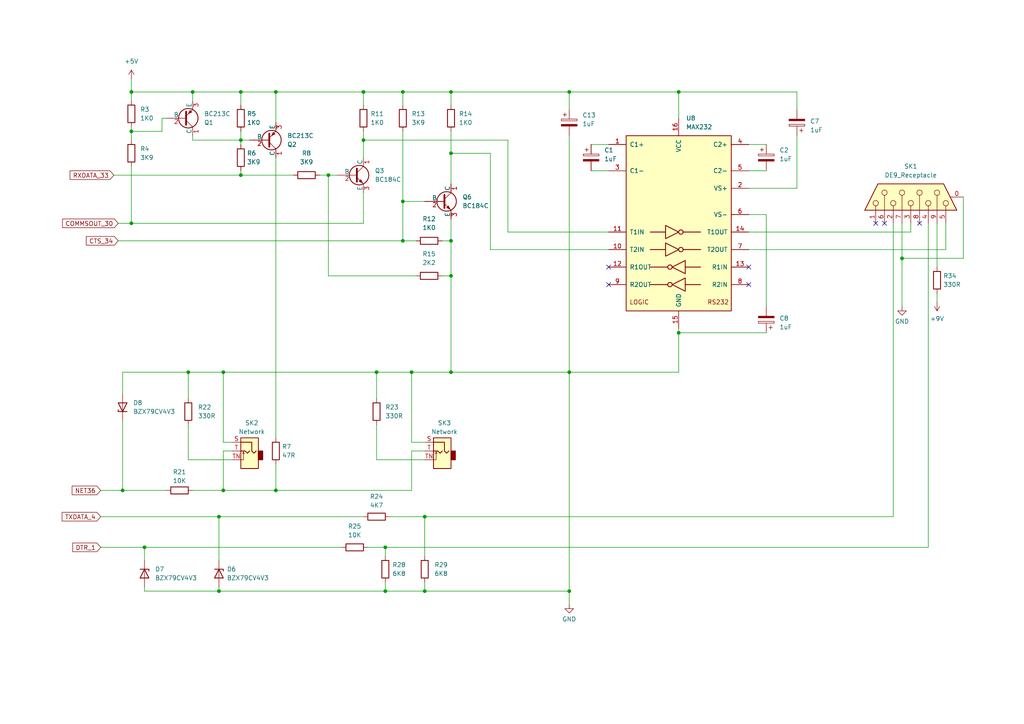
<source format=kicad_sch>
(kicad_sch
	(version 20250114)
	(generator "eeschema")
	(generator_version "9.0")
	(uuid "1b86cbe7-ec7d-4a2b-9f24-0e5f193e5a74")
	(paper "A4")
	(title_block
		(title "${PRJ_NAME}")
		(date "${PRJ_DATE}")
		(rev "${PRJ_REVISION}")
	)
	(lib_symbols
		(symbol "Connector:DE9_Receptacle_MountingHoles"
			(pin_names
				(offset 1.016)
				(hide yes)
			)
			(exclude_from_sim no)
			(in_bom yes)
			(on_board yes)
			(property "Reference" "J"
				(at 0 16.51 0)
				(effects
					(font
						(size 1.27 1.27)
					)
				)
			)
			(property "Value" "DE9_Receptacle_MountingHoles"
				(at 0 14.605 0)
				(effects
					(font
						(size 1.27 1.27)
					)
				)
			)
			(property "Footprint" ""
				(at 0 0 0)
				(effects
					(font
						(size 1.27 1.27)
					)
					(hide yes)
				)
			)
			(property "Datasheet" "~"
				(at 0 0 0)
				(effects
					(font
						(size 1.27 1.27)
					)
					(hide yes)
				)
			)
			(property "Description" "9-pin female receptacle socket D-SUB connector, Mounting Hole"
				(at 0 0 0)
				(effects
					(font
						(size 1.27 1.27)
					)
					(hide yes)
				)
			)
			(property "ki_keywords" "connector receptacle female D-SUB DB9"
				(at 0 0 0)
				(effects
					(font
						(size 1.27 1.27)
					)
					(hide yes)
				)
			)
			(property "ki_fp_filters" "DSUB*Female*"
				(at 0 0 0)
				(effects
					(font
						(size 1.27 1.27)
					)
					(hide yes)
				)
			)
			(symbol "DE9_Receptacle_MountingHoles_0_1"
				(polyline
					(pts
						(xy -3.81 13.335) (xy -3.81 -13.335) (xy 3.81 -9.525) (xy 3.81 9.525) (xy -3.81 13.335)
					)
					(stroke
						(width 0.254)
						(type default)
					)
					(fill
						(type background)
					)
				)
				(polyline
					(pts
						(xy -3.81 10.16) (xy -2.54 10.16)
					)
					(stroke
						(width 0)
						(type default)
					)
					(fill
						(type none)
					)
				)
				(polyline
					(pts
						(xy -3.81 7.62) (xy 0.508 7.62)
					)
					(stroke
						(width 0)
						(type default)
					)
					(fill
						(type none)
					)
				)
				(polyline
					(pts
						(xy -3.81 5.08) (xy -2.54 5.08)
					)
					(stroke
						(width 0)
						(type default)
					)
					(fill
						(type none)
					)
				)
				(polyline
					(pts
						(xy -3.81 2.54) (xy 0.508 2.54)
					)
					(stroke
						(width 0)
						(type default)
					)
					(fill
						(type none)
					)
				)
				(polyline
					(pts
						(xy -3.81 0) (xy -2.54 0)
					)
					(stroke
						(width 0)
						(type default)
					)
					(fill
						(type none)
					)
				)
				(polyline
					(pts
						(xy -3.81 -2.54) (xy 0.508 -2.54)
					)
					(stroke
						(width 0)
						(type default)
					)
					(fill
						(type none)
					)
				)
				(polyline
					(pts
						(xy -3.81 -5.08) (xy -2.54 -5.08)
					)
					(stroke
						(width 0)
						(type default)
					)
					(fill
						(type none)
					)
				)
				(polyline
					(pts
						(xy -3.81 -7.62) (xy 0.508 -7.62)
					)
					(stroke
						(width 0)
						(type default)
					)
					(fill
						(type none)
					)
				)
				(polyline
					(pts
						(xy -3.81 -10.16) (xy -2.54 -10.16)
					)
					(stroke
						(width 0)
						(type default)
					)
					(fill
						(type none)
					)
				)
				(circle
					(center -1.778 10.16)
					(radius 0.762)
					(stroke
						(width 0)
						(type default)
					)
					(fill
						(type none)
					)
				)
				(circle
					(center -1.778 5.08)
					(radius 0.762)
					(stroke
						(width 0)
						(type default)
					)
					(fill
						(type none)
					)
				)
				(circle
					(center -1.778 0)
					(radius 0.762)
					(stroke
						(width 0)
						(type default)
					)
					(fill
						(type none)
					)
				)
				(circle
					(center -1.778 -5.08)
					(radius 0.762)
					(stroke
						(width 0)
						(type default)
					)
					(fill
						(type none)
					)
				)
				(circle
					(center -1.778 -10.16)
					(radius 0.762)
					(stroke
						(width 0)
						(type default)
					)
					(fill
						(type none)
					)
				)
				(circle
					(center 1.27 7.62)
					(radius 0.762)
					(stroke
						(width 0)
						(type default)
					)
					(fill
						(type none)
					)
				)
				(circle
					(center 1.27 2.54)
					(radius 0.762)
					(stroke
						(width 0)
						(type default)
					)
					(fill
						(type none)
					)
				)
				(circle
					(center 1.27 -2.54)
					(radius 0.762)
					(stroke
						(width 0)
						(type default)
					)
					(fill
						(type none)
					)
				)
				(circle
					(center 1.27 -7.62)
					(radius 0.762)
					(stroke
						(width 0)
						(type default)
					)
					(fill
						(type none)
					)
				)
			)
			(symbol "DE9_Receptacle_MountingHoles_1_1"
				(pin passive line
					(at -7.62 10.16 0)
					(length 3.81)
					(name "1"
						(effects
							(font
								(size 1.27 1.27)
							)
						)
					)
					(number "1"
						(effects
							(font
								(size 1.27 1.27)
							)
						)
					)
				)
				(pin passive line
					(at -7.62 7.62 0)
					(length 3.81)
					(name "6"
						(effects
							(font
								(size 1.27 1.27)
							)
						)
					)
					(number "6"
						(effects
							(font
								(size 1.27 1.27)
							)
						)
					)
				)
				(pin passive line
					(at -7.62 5.08 0)
					(length 3.81)
					(name "2"
						(effects
							(font
								(size 1.27 1.27)
							)
						)
					)
					(number "2"
						(effects
							(font
								(size 1.27 1.27)
							)
						)
					)
				)
				(pin passive line
					(at -7.62 2.54 0)
					(length 3.81)
					(name "7"
						(effects
							(font
								(size 1.27 1.27)
							)
						)
					)
					(number "7"
						(effects
							(font
								(size 1.27 1.27)
							)
						)
					)
				)
				(pin passive line
					(at -7.62 0 0)
					(length 3.81)
					(name "3"
						(effects
							(font
								(size 1.27 1.27)
							)
						)
					)
					(number "3"
						(effects
							(font
								(size 1.27 1.27)
							)
						)
					)
				)
				(pin passive line
					(at -7.62 -2.54 0)
					(length 3.81)
					(name "8"
						(effects
							(font
								(size 1.27 1.27)
							)
						)
					)
					(number "8"
						(effects
							(font
								(size 1.27 1.27)
							)
						)
					)
				)
				(pin passive line
					(at -7.62 -5.08 0)
					(length 3.81)
					(name "4"
						(effects
							(font
								(size 1.27 1.27)
							)
						)
					)
					(number "4"
						(effects
							(font
								(size 1.27 1.27)
							)
						)
					)
				)
				(pin passive line
					(at -7.62 -7.62 0)
					(length 3.81)
					(name "9"
						(effects
							(font
								(size 1.27 1.27)
							)
						)
					)
					(number "9"
						(effects
							(font
								(size 1.27 1.27)
							)
						)
					)
				)
				(pin passive line
					(at -7.62 -10.16 0)
					(length 3.81)
					(name "5"
						(effects
							(font
								(size 1.27 1.27)
							)
						)
					)
					(number "5"
						(effects
							(font
								(size 1.27 1.27)
							)
						)
					)
				)
				(pin passive line
					(at 0 -15.24 90)
					(length 3.81)
					(name "PAD"
						(effects
							(font
								(size 1.27 1.27)
							)
						)
					)
					(number "0"
						(effects
							(font
								(size 1.27 1.27)
							)
						)
					)
				)
			)
			(embedded_fonts no)
		)
		(symbol "Connector_Audio:AudioJack2_SwitchT"
			(exclude_from_sim no)
			(in_bom yes)
			(on_board yes)
			(property "Reference" "J"
				(at 0 8.89 0)
				(effects
					(font
						(size 1.27 1.27)
					)
				)
			)
			(property "Value" "AudioJack2_SwitchT"
				(at 0 6.35 0)
				(effects
					(font
						(size 1.27 1.27)
					)
				)
			)
			(property "Footprint" ""
				(at 0 0 0)
				(effects
					(font
						(size 1.27 1.27)
					)
					(hide yes)
				)
			)
			(property "Datasheet" "~"
				(at 0 0 0)
				(effects
					(font
						(size 1.27 1.27)
					)
					(hide yes)
				)
			)
			(property "Description" "Audio Jack, 2 Poles (Mono / TS), Switched T Pole (Normalling)"
				(at 0 0 0)
				(effects
					(font
						(size 1.27 1.27)
					)
					(hide yes)
				)
			)
			(property "ki_keywords" "audio jack receptacle mono headphones phone TS connector"
				(at 0 0 0)
				(effects
					(font
						(size 1.27 1.27)
					)
					(hide yes)
				)
			)
			(property "ki_fp_filters" "Jack*"
				(at 0 0 0)
				(effects
					(font
						(size 1.27 1.27)
					)
					(hide yes)
				)
			)
			(symbol "AudioJack2_SwitchT_0_1"
				(rectangle
					(start -2.54 0)
					(end -3.81 -2.54)
					(stroke
						(width 0.254)
						(type default)
					)
					(fill
						(type outline)
					)
				)
				(polyline
					(pts
						(xy 0 0) (xy 0.635 -0.635) (xy 1.27 0) (xy 2.54 0)
					)
					(stroke
						(width 0.254)
						(type default)
					)
					(fill
						(type none)
					)
				)
				(polyline
					(pts
						(xy 1.778 -0.254) (xy 2.032 -0.762)
					)
					(stroke
						(width 0)
						(type default)
					)
					(fill
						(type none)
					)
				)
				(rectangle
					(start 2.54 3.81)
					(end -2.54 -5.08)
					(stroke
						(width 0.254)
						(type default)
					)
					(fill
						(type background)
					)
				)
				(polyline
					(pts
						(xy 2.54 2.54) (xy -0.635 2.54) (xy -0.635 0) (xy -1.27 -0.635) (xy -1.905 0)
					)
					(stroke
						(width 0.254)
						(type default)
					)
					(fill
						(type none)
					)
				)
				(polyline
					(pts
						(xy 2.54 -2.54) (xy 1.778 -2.54) (xy 1.778 -0.254) (xy 1.524 -0.762)
					)
					(stroke
						(width 0)
						(type default)
					)
					(fill
						(type none)
					)
				)
			)
			(symbol "AudioJack2_SwitchT_1_1"
				(pin passive line
					(at 5.08 2.54 180)
					(length 2.54)
					(name "~"
						(effects
							(font
								(size 1.27 1.27)
							)
						)
					)
					(number "S"
						(effects
							(font
								(size 1.27 1.27)
							)
						)
					)
				)
				(pin passive line
					(at 5.08 0 180)
					(length 2.54)
					(name "~"
						(effects
							(font
								(size 1.27 1.27)
							)
						)
					)
					(number "T"
						(effects
							(font
								(size 1.27 1.27)
							)
						)
					)
				)
				(pin passive line
					(at 5.08 -2.54 180)
					(length 2.54)
					(name "~"
						(effects
							(font
								(size 1.27 1.27)
							)
						)
					)
					(number "TN"
						(effects
							(font
								(size 1.27 1.27)
							)
						)
					)
				)
			)
			(embedded_fonts no)
		)
		(symbol "Device:C_Polarized"
			(pin_numbers
				(hide yes)
			)
			(pin_names
				(offset 0.254)
			)
			(exclude_from_sim no)
			(in_bom yes)
			(on_board yes)
			(property "Reference" "C"
				(at 0.635 2.54 0)
				(effects
					(font
						(size 1.27 1.27)
					)
					(justify left)
				)
			)
			(property "Value" "C_Polarized"
				(at 0.635 -2.54 0)
				(effects
					(font
						(size 1.27 1.27)
					)
					(justify left)
				)
			)
			(property "Footprint" ""
				(at 0.9652 -3.81 0)
				(effects
					(font
						(size 1.27 1.27)
					)
					(hide yes)
				)
			)
			(property "Datasheet" "~"
				(at 0 0 0)
				(effects
					(font
						(size 1.27 1.27)
					)
					(hide yes)
				)
			)
			(property "Description" "Polarized capacitor"
				(at 0 0 0)
				(effects
					(font
						(size 1.27 1.27)
					)
					(hide yes)
				)
			)
			(property "ki_keywords" "cap capacitor"
				(at 0 0 0)
				(effects
					(font
						(size 1.27 1.27)
					)
					(hide yes)
				)
			)
			(property "ki_fp_filters" "CP_*"
				(at 0 0 0)
				(effects
					(font
						(size 1.27 1.27)
					)
					(hide yes)
				)
			)
			(symbol "C_Polarized_0_1"
				(rectangle
					(start -2.286 0.508)
					(end 2.286 1.016)
					(stroke
						(width 0)
						(type default)
					)
					(fill
						(type none)
					)
				)
				(polyline
					(pts
						(xy -1.778 2.286) (xy -0.762 2.286)
					)
					(stroke
						(width 0)
						(type default)
					)
					(fill
						(type none)
					)
				)
				(polyline
					(pts
						(xy -1.27 2.794) (xy -1.27 1.778)
					)
					(stroke
						(width 0)
						(type default)
					)
					(fill
						(type none)
					)
				)
				(rectangle
					(start 2.286 -0.508)
					(end -2.286 -1.016)
					(stroke
						(width 0)
						(type default)
					)
					(fill
						(type outline)
					)
				)
			)
			(symbol "C_Polarized_1_1"
				(pin passive line
					(at 0 3.81 270)
					(length 2.794)
					(name "~"
						(effects
							(font
								(size 1.27 1.27)
							)
						)
					)
					(number "1"
						(effects
							(font
								(size 1.27 1.27)
							)
						)
					)
				)
				(pin passive line
					(at 0 -3.81 90)
					(length 2.794)
					(name "~"
						(effects
							(font
								(size 1.27 1.27)
							)
						)
					)
					(number "2"
						(effects
							(font
								(size 1.27 1.27)
							)
						)
					)
				)
			)
			(embedded_fonts no)
		)
		(symbol "Device:D_Zener"
			(pin_numbers
				(hide yes)
			)
			(pin_names
				(offset 1.016)
				(hide yes)
			)
			(exclude_from_sim no)
			(in_bom yes)
			(on_board yes)
			(property "Reference" "D"
				(at 0 2.54 0)
				(effects
					(font
						(size 1.27 1.27)
					)
				)
			)
			(property "Value" "D_Zener"
				(at 0 -2.54 0)
				(effects
					(font
						(size 1.27 1.27)
					)
				)
			)
			(property "Footprint" ""
				(at 0 0 0)
				(effects
					(font
						(size 1.27 1.27)
					)
					(hide yes)
				)
			)
			(property "Datasheet" "~"
				(at 0 0 0)
				(effects
					(font
						(size 1.27 1.27)
					)
					(hide yes)
				)
			)
			(property "Description" "Zener diode"
				(at 0 0 0)
				(effects
					(font
						(size 1.27 1.27)
					)
					(hide yes)
				)
			)
			(property "ki_keywords" "diode"
				(at 0 0 0)
				(effects
					(font
						(size 1.27 1.27)
					)
					(hide yes)
				)
			)
			(property "ki_fp_filters" "TO-???* *_Diode_* *SingleDiode* D_*"
				(at 0 0 0)
				(effects
					(font
						(size 1.27 1.27)
					)
					(hide yes)
				)
			)
			(symbol "D_Zener_0_1"
				(polyline
					(pts
						(xy -1.27 -1.27) (xy -1.27 1.27) (xy -0.762 1.27)
					)
					(stroke
						(width 0.254)
						(type default)
					)
					(fill
						(type none)
					)
				)
				(polyline
					(pts
						(xy 1.27 0) (xy -1.27 0)
					)
					(stroke
						(width 0)
						(type default)
					)
					(fill
						(type none)
					)
				)
				(polyline
					(pts
						(xy 1.27 -1.27) (xy 1.27 1.27) (xy -1.27 0) (xy 1.27 -1.27)
					)
					(stroke
						(width 0.254)
						(type default)
					)
					(fill
						(type none)
					)
				)
			)
			(symbol "D_Zener_1_1"
				(pin passive line
					(at -3.81 0 0)
					(length 2.54)
					(name "K"
						(effects
							(font
								(size 1.27 1.27)
							)
						)
					)
					(number "1"
						(effects
							(font
								(size 1.27 1.27)
							)
						)
					)
				)
				(pin passive line
					(at 3.81 0 180)
					(length 2.54)
					(name "A"
						(effects
							(font
								(size 1.27 1.27)
							)
						)
					)
					(number "2"
						(effects
							(font
								(size 1.27 1.27)
							)
						)
					)
				)
			)
			(embedded_fonts no)
		)
		(symbol "Device:R"
			(pin_numbers
				(hide yes)
			)
			(pin_names
				(offset 0)
			)
			(exclude_from_sim no)
			(in_bom yes)
			(on_board yes)
			(property "Reference" "R"
				(at 2.032 0 90)
				(effects
					(font
						(size 1.27 1.27)
					)
				)
			)
			(property "Value" "R"
				(at 0 0 90)
				(effects
					(font
						(size 1.27 1.27)
					)
				)
			)
			(property "Footprint" ""
				(at -1.778 0 90)
				(effects
					(font
						(size 1.27 1.27)
					)
					(hide yes)
				)
			)
			(property "Datasheet" "~"
				(at 0 0 0)
				(effects
					(font
						(size 1.27 1.27)
					)
					(hide yes)
				)
			)
			(property "Description" "Resistor"
				(at 0 0 0)
				(effects
					(font
						(size 1.27 1.27)
					)
					(hide yes)
				)
			)
			(property "ki_keywords" "R res resistor"
				(at 0 0 0)
				(effects
					(font
						(size 1.27 1.27)
					)
					(hide yes)
				)
			)
			(property "ki_fp_filters" "R_*"
				(at 0 0 0)
				(effects
					(font
						(size 1.27 1.27)
					)
					(hide yes)
				)
			)
			(symbol "R_0_1"
				(rectangle
					(start -1.016 -2.54)
					(end 1.016 2.54)
					(stroke
						(width 0.254)
						(type default)
					)
					(fill
						(type none)
					)
				)
			)
			(symbol "R_1_1"
				(pin passive line
					(at 0 3.81 270)
					(length 1.27)
					(name "~"
						(effects
							(font
								(size 1.27 1.27)
							)
						)
					)
					(number "1"
						(effects
							(font
								(size 1.27 1.27)
							)
						)
					)
				)
				(pin passive line
					(at 0 -3.81 90)
					(length 1.27)
					(name "~"
						(effects
							(font
								(size 1.27 1.27)
							)
						)
					)
					(number "2"
						(effects
							(font
								(size 1.27 1.27)
							)
						)
					)
				)
			)
			(embedded_fonts no)
		)
		(symbol "Interface_UART:MAX232"
			(pin_names
				(offset 1.016)
			)
			(exclude_from_sim no)
			(in_bom yes)
			(on_board yes)
			(property "Reference" "U"
				(at -2.54 28.575 0)
				(effects
					(font
						(size 1.27 1.27)
					)
					(justify right)
				)
			)
			(property "Value" "MAX232"
				(at -2.54 26.67 0)
				(effects
					(font
						(size 1.27 1.27)
					)
					(justify right)
				)
			)
			(property "Footprint" ""
				(at 1.27 -26.67 0)
				(effects
					(font
						(size 1.27 1.27)
					)
					(justify left)
					(hide yes)
				)
			)
			(property "Datasheet" "http://www.ti.com/lit/ds/symlink/max232.pdf"
				(at 0 2.54 0)
				(effects
					(font
						(size 1.27 1.27)
					)
					(hide yes)
				)
			)
			(property "Description" "Dual RS232 driver/receiver, 5V supply, 120kb/s, 0C-70C"
				(at 0 0 0)
				(effects
					(font
						(size 1.27 1.27)
					)
					(hide yes)
				)
			)
			(property "ki_keywords" "rs232 uart transceiver line-driver"
				(at 0 0 0)
				(effects
					(font
						(size 1.27 1.27)
					)
					(hide yes)
				)
			)
			(property "ki_fp_filters" "SOIC*P1.27mm* DIP*W7.62mm* TSSOP*4.4x5mm*P0.65mm*"
				(at 0 0 0)
				(effects
					(font
						(size 1.27 1.27)
					)
					(hide yes)
				)
			)
			(symbol "MAX232_0_0"
				(text "LOGIC"
					(at -11.43 -22.86 0)
					(effects
						(font
							(size 1.27 1.27)
						)
					)
				)
				(text "RS232"
					(at 11.43 -22.86 0)
					(effects
						(font
							(size 1.27 1.27)
						)
					)
				)
			)
			(symbol "MAX232_0_1"
				(rectangle
					(start -15.24 -25.4)
					(end 15.24 25.4)
					(stroke
						(width 0.254)
						(type default)
					)
					(fill
						(type background)
					)
				)
				(polyline
					(pts
						(xy -3.81 -0.635) (xy -3.81 -4.445) (xy 0 -2.54) (xy -3.81 -0.635)
					)
					(stroke
						(width 0.254)
						(type default)
					)
					(fill
						(type none)
					)
				)
				(polyline
					(pts
						(xy -3.81 -2.54) (xy -8.255 -2.54)
					)
					(stroke
						(width 0.254)
						(type default)
					)
					(fill
						(type none)
					)
				)
				(polyline
					(pts
						(xy -3.81 -5.715) (xy -3.81 -9.525) (xy 0 -7.62) (xy -3.81 -5.715)
					)
					(stroke
						(width 0.254)
						(type default)
					)
					(fill
						(type none)
					)
				)
				(polyline
					(pts
						(xy -3.81 -7.62) (xy -8.255 -7.62)
					)
					(stroke
						(width 0.254)
						(type default)
					)
					(fill
						(type none)
					)
				)
				(polyline
					(pts
						(xy -3.175 -12.7) (xy -8.255 -12.7)
					)
					(stroke
						(width 0.254)
						(type default)
					)
					(fill
						(type none)
					)
				)
				(polyline
					(pts
						(xy -3.175 -17.78) (xy -8.255 -17.78)
					)
					(stroke
						(width 0.254)
						(type default)
					)
					(fill
						(type none)
					)
				)
				(circle
					(center -2.54 -12.7)
					(radius 0.635)
					(stroke
						(width 0.254)
						(type default)
					)
					(fill
						(type none)
					)
				)
				(circle
					(center -2.54 -17.78)
					(radius 0.635)
					(stroke
						(width 0.254)
						(type default)
					)
					(fill
						(type none)
					)
				)
				(circle
					(center 0.635 -2.54)
					(radius 0.635)
					(stroke
						(width 0.254)
						(type default)
					)
					(fill
						(type none)
					)
				)
				(circle
					(center 0.635 -7.62)
					(radius 0.635)
					(stroke
						(width 0.254)
						(type default)
					)
					(fill
						(type none)
					)
				)
				(polyline
					(pts
						(xy 1.27 -2.54) (xy 6.35 -2.54)
					)
					(stroke
						(width 0.254)
						(type default)
					)
					(fill
						(type none)
					)
				)
				(polyline
					(pts
						(xy 1.27 -7.62) (xy 6.35 -7.62)
					)
					(stroke
						(width 0.254)
						(type default)
					)
					(fill
						(type none)
					)
				)
				(polyline
					(pts
						(xy 1.905 -10.795) (xy 1.905 -14.605) (xy -1.905 -12.7) (xy 1.905 -10.795)
					)
					(stroke
						(width 0.254)
						(type default)
					)
					(fill
						(type none)
					)
				)
				(polyline
					(pts
						(xy 1.905 -12.7) (xy 6.35 -12.7)
					)
					(stroke
						(width 0.254)
						(type default)
					)
					(fill
						(type none)
					)
				)
				(polyline
					(pts
						(xy 1.905 -15.875) (xy 1.905 -19.685) (xy -1.905 -17.78) (xy 1.905 -15.875)
					)
					(stroke
						(width 0.254)
						(type default)
					)
					(fill
						(type none)
					)
				)
				(polyline
					(pts
						(xy 1.905 -17.78) (xy 6.35 -17.78)
					)
					(stroke
						(width 0.254)
						(type default)
					)
					(fill
						(type none)
					)
				)
			)
			(symbol "MAX232_1_1"
				(pin passive line
					(at -20.32 22.86 0)
					(length 5.08)
					(name "C1+"
						(effects
							(font
								(size 1.27 1.27)
							)
						)
					)
					(number "1"
						(effects
							(font
								(size 1.27 1.27)
							)
						)
					)
				)
				(pin passive line
					(at -20.32 15.24 0)
					(length 5.08)
					(name "C1-"
						(effects
							(font
								(size 1.27 1.27)
							)
						)
					)
					(number "3"
						(effects
							(font
								(size 1.27 1.27)
							)
						)
					)
				)
				(pin input line
					(at -20.32 -2.54 0)
					(length 5.08)
					(name "T1IN"
						(effects
							(font
								(size 1.27 1.27)
							)
						)
					)
					(number "11"
						(effects
							(font
								(size 1.27 1.27)
							)
						)
					)
				)
				(pin input line
					(at -20.32 -7.62 0)
					(length 5.08)
					(name "T2IN"
						(effects
							(font
								(size 1.27 1.27)
							)
						)
					)
					(number "10"
						(effects
							(font
								(size 1.27 1.27)
							)
						)
					)
				)
				(pin output line
					(at -20.32 -12.7 0)
					(length 5.08)
					(name "R1OUT"
						(effects
							(font
								(size 1.27 1.27)
							)
						)
					)
					(number "12"
						(effects
							(font
								(size 1.27 1.27)
							)
						)
					)
				)
				(pin output line
					(at -20.32 -17.78 0)
					(length 5.08)
					(name "R2OUT"
						(effects
							(font
								(size 1.27 1.27)
							)
						)
					)
					(number "9"
						(effects
							(font
								(size 1.27 1.27)
							)
						)
					)
				)
				(pin power_in line
					(at 0 30.48 270)
					(length 5.08)
					(name "VCC"
						(effects
							(font
								(size 1.27 1.27)
							)
						)
					)
					(number "16"
						(effects
							(font
								(size 1.27 1.27)
							)
						)
					)
				)
				(pin power_in line
					(at 0 -30.48 90)
					(length 5.08)
					(name "GND"
						(effects
							(font
								(size 1.27 1.27)
							)
						)
					)
					(number "15"
						(effects
							(font
								(size 1.27 1.27)
							)
						)
					)
				)
				(pin passive line
					(at 20.32 22.86 180)
					(length 5.08)
					(name "C2+"
						(effects
							(font
								(size 1.27 1.27)
							)
						)
					)
					(number "4"
						(effects
							(font
								(size 1.27 1.27)
							)
						)
					)
				)
				(pin passive line
					(at 20.32 15.24 180)
					(length 5.08)
					(name "C2-"
						(effects
							(font
								(size 1.27 1.27)
							)
						)
					)
					(number "5"
						(effects
							(font
								(size 1.27 1.27)
							)
						)
					)
				)
				(pin power_out line
					(at 20.32 10.16 180)
					(length 5.08)
					(name "VS+"
						(effects
							(font
								(size 1.27 1.27)
							)
						)
					)
					(number "2"
						(effects
							(font
								(size 1.27 1.27)
							)
						)
					)
				)
				(pin power_out line
					(at 20.32 2.54 180)
					(length 5.08)
					(name "VS-"
						(effects
							(font
								(size 1.27 1.27)
							)
						)
					)
					(number "6"
						(effects
							(font
								(size 1.27 1.27)
							)
						)
					)
				)
				(pin output line
					(at 20.32 -2.54 180)
					(length 5.08)
					(name "T1OUT"
						(effects
							(font
								(size 1.27 1.27)
							)
						)
					)
					(number "14"
						(effects
							(font
								(size 1.27 1.27)
							)
						)
					)
				)
				(pin output line
					(at 20.32 -7.62 180)
					(length 5.08)
					(name "T2OUT"
						(effects
							(font
								(size 1.27 1.27)
							)
						)
					)
					(number "7"
						(effects
							(font
								(size 1.27 1.27)
							)
						)
					)
				)
				(pin input line
					(at 20.32 -12.7 180)
					(length 5.08)
					(name "R1IN"
						(effects
							(font
								(size 1.27 1.27)
							)
						)
					)
					(number "13"
						(effects
							(font
								(size 1.27 1.27)
							)
						)
					)
				)
				(pin input line
					(at 20.32 -17.78 180)
					(length 5.08)
					(name "R2IN"
						(effects
							(font
								(size 1.27 1.27)
							)
						)
					)
					(number "8"
						(effects
							(font
								(size 1.27 1.27)
							)
						)
					)
				)
			)
			(embedded_fonts no)
		)
		(symbol "Q_NPN_CBE_1"
			(pin_names
				(offset 0)
			)
			(exclude_from_sim no)
			(in_bom yes)
			(on_board yes)
			(property "Reference" "Q"
				(at 5.08 1.27 0)
				(effects
					(font
						(size 1.27 1.27)
					)
					(justify left)
				)
			)
			(property "Value" "Q_NPN_CBE"
				(at 5.08 -1.27 0)
				(effects
					(font
						(size 1.27 1.27)
					)
					(justify left)
				)
			)
			(property "Footprint" ""
				(at 5.08 2.54 0)
				(effects
					(font
						(size 1.27 1.27)
					)
					(hide yes)
				)
			)
			(property "Datasheet" "~"
				(at 0 0 0)
				(effects
					(font
						(size 1.27 1.27)
					)
					(hide yes)
				)
			)
			(property "Description" "NPN transistor, collector/base/emitter"
				(at 0 0 0)
				(effects
					(font
						(size 1.27 1.27)
					)
					(hide yes)
				)
			)
			(property "ki_keywords" "transistor NPN"
				(at 0 0 0)
				(effects
					(font
						(size 1.27 1.27)
					)
					(hide yes)
				)
			)
			(symbol "Q_NPN_CBE_1_0_1"
				(polyline
					(pts
						(xy 0.635 1.905) (xy 0.635 -1.905) (xy 0.635 -1.905)
					)
					(stroke
						(width 0.508)
						(type default)
					)
					(fill
						(type none)
					)
				)
				(polyline
					(pts
						(xy 0.635 0.635) (xy 2.54 2.54)
					)
					(stroke
						(width 0)
						(type default)
					)
					(fill
						(type none)
					)
				)
				(polyline
					(pts
						(xy 0.635 -0.635) (xy 2.54 -2.54) (xy 2.54 -2.54)
					)
					(stroke
						(width 0)
						(type default)
					)
					(fill
						(type none)
					)
				)
				(circle
					(center 1.27 0)
					(radius 2.8194)
					(stroke
						(width 0.254)
						(type default)
					)
					(fill
						(type none)
					)
				)
				(polyline
					(pts
						(xy 1.27 -1.778) (xy 1.778 -1.27) (xy 2.286 -2.286) (xy 1.27 -1.778) (xy 1.27 -1.778)
					)
					(stroke
						(width 0)
						(type default)
					)
					(fill
						(type outline)
					)
				)
			)
			(symbol "Q_NPN_CBE_1_1_1"
				(pin input line
					(at -5.08 0 0)
					(length 5.715)
					(name "B"
						(effects
							(font
								(size 1.27 1.27)
							)
						)
					)
					(number "2"
						(effects
							(font
								(size 1.27 1.27)
							)
						)
					)
				)
				(pin passive line
					(at 2.54 5.08 270)
					(length 2.54)
					(name "C"
						(effects
							(font
								(size 1.27 1.27)
							)
						)
					)
					(number "1"
						(effects
							(font
								(size 1.27 1.27)
							)
						)
					)
				)
				(pin passive line
					(at 2.54 -5.08 90)
					(length 2.54)
					(name "E"
						(effects
							(font
								(size 1.27 1.27)
							)
						)
					)
					(number "3"
						(effects
							(font
								(size 1.27 1.27)
							)
						)
					)
				)
			)
			(embedded_fonts no)
		)
		(symbol "Q_PNP_CBE_1"
			(pin_names
				(offset 0)
			)
			(exclude_from_sim no)
			(in_bom yes)
			(on_board yes)
			(property "Reference" "Q"
				(at 5.08 1.27 0)
				(effects
					(font
						(size 1.27 1.27)
					)
					(justify left)
				)
			)
			(property "Value" "Q_PNP_CBE"
				(at 5.08 -1.27 0)
				(effects
					(font
						(size 1.27 1.27)
					)
					(justify left)
				)
			)
			(property "Footprint" ""
				(at 5.08 2.54 0)
				(effects
					(font
						(size 1.27 1.27)
					)
					(hide yes)
				)
			)
			(property "Datasheet" "~"
				(at 0 0 0)
				(effects
					(font
						(size 1.27 1.27)
					)
					(hide yes)
				)
			)
			(property "Description" "PNP transistor, collector/base/emitter"
				(at 0 0 0)
				(effects
					(font
						(size 1.27 1.27)
					)
					(hide yes)
				)
			)
			(property "ki_keywords" "transistor PNP"
				(at 0 0 0)
				(effects
					(font
						(size 1.27 1.27)
					)
					(hide yes)
				)
			)
			(symbol "Q_PNP_CBE_1_0_1"
				(polyline
					(pts
						(xy 0.635 1.905) (xy 0.635 -1.905) (xy 0.635 -1.905)
					)
					(stroke
						(width 0.508)
						(type default)
					)
					(fill
						(type none)
					)
				)
				(polyline
					(pts
						(xy 0.635 0.635) (xy 2.54 2.54)
					)
					(stroke
						(width 0)
						(type default)
					)
					(fill
						(type none)
					)
				)
				(polyline
					(pts
						(xy 0.635 -0.635) (xy 2.54 -2.54) (xy 2.54 -2.54)
					)
					(stroke
						(width 0)
						(type default)
					)
					(fill
						(type none)
					)
				)
				(circle
					(center 1.27 0)
					(radius 2.8194)
					(stroke
						(width 0.254)
						(type default)
					)
					(fill
						(type none)
					)
				)
				(polyline
					(pts
						(xy 2.286 -1.778) (xy 1.778 -2.286) (xy 1.27 -1.27) (xy 2.286 -1.778) (xy 2.286 -1.778)
					)
					(stroke
						(width 0)
						(type default)
					)
					(fill
						(type outline)
					)
				)
			)
			(symbol "Q_PNP_CBE_1_1_1"
				(pin input line
					(at -5.08 0 0)
					(length 5.715)
					(name "B"
						(effects
							(font
								(size 1.27 1.27)
							)
						)
					)
					(number "2"
						(effects
							(font
								(size 1.27 1.27)
							)
						)
					)
				)
				(pin passive line
					(at 2.54 5.08 270)
					(length 2.54)
					(name "C"
						(effects
							(font
								(size 1.27 1.27)
							)
						)
					)
					(number "1"
						(effects
							(font
								(size 1.27 1.27)
							)
						)
					)
				)
				(pin passive line
					(at 2.54 -5.08 90)
					(length 2.54)
					(name "E"
						(effects
							(font
								(size 1.27 1.27)
							)
						)
					)
					(number "3"
						(effects
							(font
								(size 1.27 1.27)
							)
						)
					)
				)
			)
			(embedded_fonts no)
		)
		(symbol "Q_PNP_CBE_2"
			(pin_names
				(offset 0)
			)
			(exclude_from_sim no)
			(in_bom yes)
			(on_board yes)
			(property "Reference" "Q"
				(at 5.08 1.27 0)
				(effects
					(font
						(size 1.27 1.27)
					)
					(justify left)
				)
			)
			(property "Value" "Q_PNP_CBE"
				(at 5.08 -1.27 0)
				(effects
					(font
						(size 1.27 1.27)
					)
					(justify left)
				)
			)
			(property "Footprint" ""
				(at 5.08 2.54 0)
				(effects
					(font
						(size 1.27 1.27)
					)
					(hide yes)
				)
			)
			(property "Datasheet" "~"
				(at 0 0 0)
				(effects
					(font
						(size 1.27 1.27)
					)
					(hide yes)
				)
			)
			(property "Description" "PNP transistor, collector/base/emitter"
				(at 0 0 0)
				(effects
					(font
						(size 1.27 1.27)
					)
					(hide yes)
				)
			)
			(property "ki_keywords" "transistor PNP"
				(at 0 0 0)
				(effects
					(font
						(size 1.27 1.27)
					)
					(hide yes)
				)
			)
			(symbol "Q_PNP_CBE_2_0_1"
				(polyline
					(pts
						(xy 0.635 1.905) (xy 0.635 -1.905) (xy 0.635 -1.905)
					)
					(stroke
						(width 0.508)
						(type default)
					)
					(fill
						(type none)
					)
				)
				(polyline
					(pts
						(xy 0.635 0.635) (xy 2.54 2.54)
					)
					(stroke
						(width 0)
						(type default)
					)
					(fill
						(type none)
					)
				)
				(polyline
					(pts
						(xy 0.635 -0.635) (xy 2.54 -2.54) (xy 2.54 -2.54)
					)
					(stroke
						(width 0)
						(type default)
					)
					(fill
						(type none)
					)
				)
				(circle
					(center 1.27 0)
					(radius 2.8194)
					(stroke
						(width 0.254)
						(type default)
					)
					(fill
						(type none)
					)
				)
				(polyline
					(pts
						(xy 2.286 -1.778) (xy 1.778 -2.286) (xy 1.27 -1.27) (xy 2.286 -1.778) (xy 2.286 -1.778)
					)
					(stroke
						(width 0)
						(type default)
					)
					(fill
						(type outline)
					)
				)
			)
			(symbol "Q_PNP_CBE_2_1_1"
				(pin input line
					(at -5.08 0 0)
					(length 5.715)
					(name "B"
						(effects
							(font
								(size 1.27 1.27)
							)
						)
					)
					(number "2"
						(effects
							(font
								(size 1.27 1.27)
							)
						)
					)
				)
				(pin passive line
					(at 2.54 5.08 270)
					(length 2.54)
					(name "C"
						(effects
							(font
								(size 1.27 1.27)
							)
						)
					)
					(number "1"
						(effects
							(font
								(size 1.27 1.27)
							)
						)
					)
				)
				(pin passive line
					(at 2.54 -5.08 90)
					(length 2.54)
					(name "E"
						(effects
							(font
								(size 1.27 1.27)
							)
						)
					)
					(number "3"
						(effects
							(font
								(size 1.27 1.27)
							)
						)
					)
				)
			)
			(embedded_fonts no)
		)
		(symbol "power:+5V"
			(power)
			(pin_names
				(offset 0)
			)
			(exclude_from_sim no)
			(in_bom yes)
			(on_board yes)
			(property "Reference" "#PWR"
				(at 0 -3.81 0)
				(effects
					(font
						(size 1.27 1.27)
					)
					(hide yes)
				)
			)
			(property "Value" "+5V"
				(at 0 3.556 0)
				(effects
					(font
						(size 1.27 1.27)
					)
				)
			)
			(property "Footprint" ""
				(at 0 0 0)
				(effects
					(font
						(size 1.27 1.27)
					)
					(hide yes)
				)
			)
			(property "Datasheet" ""
				(at 0 0 0)
				(effects
					(font
						(size 1.27 1.27)
					)
					(hide yes)
				)
			)
			(property "Description" "Power symbol creates a global label with name \"+5V\""
				(at 0 0 0)
				(effects
					(font
						(size 1.27 1.27)
					)
					(hide yes)
				)
			)
			(property "ki_keywords" "global power"
				(at 0 0 0)
				(effects
					(font
						(size 1.27 1.27)
					)
					(hide yes)
				)
			)
			(symbol "+5V_0_1"
				(polyline
					(pts
						(xy -0.762 1.27) (xy 0 2.54)
					)
					(stroke
						(width 0)
						(type default)
					)
					(fill
						(type none)
					)
				)
				(polyline
					(pts
						(xy 0 2.54) (xy 0.762 1.27)
					)
					(stroke
						(width 0)
						(type default)
					)
					(fill
						(type none)
					)
				)
				(polyline
					(pts
						(xy 0 0) (xy 0 2.54)
					)
					(stroke
						(width 0)
						(type default)
					)
					(fill
						(type none)
					)
				)
			)
			(symbol "+5V_1_1"
				(pin power_in line
					(at 0 0 90)
					(length 0)
					(hide yes)
					(name "+5V"
						(effects
							(font
								(size 1.27 1.27)
							)
						)
					)
					(number "1"
						(effects
							(font
								(size 1.27 1.27)
							)
						)
					)
				)
			)
			(embedded_fonts no)
		)
		(symbol "power:+9V"
			(power)
			(pin_names
				(offset 0)
			)
			(exclude_from_sim no)
			(in_bom yes)
			(on_board yes)
			(property "Reference" "#PWR"
				(at 0 -3.81 0)
				(effects
					(font
						(size 1.27 1.27)
					)
					(hide yes)
				)
			)
			(property "Value" "+9V"
				(at 0 3.556 0)
				(effects
					(font
						(size 1.27 1.27)
					)
				)
			)
			(property "Footprint" ""
				(at 0 0 0)
				(effects
					(font
						(size 1.27 1.27)
					)
					(hide yes)
				)
			)
			(property "Datasheet" ""
				(at 0 0 0)
				(effects
					(font
						(size 1.27 1.27)
					)
					(hide yes)
				)
			)
			(property "Description" "Power symbol creates a global label with name \"+9V\""
				(at 0 0 0)
				(effects
					(font
						(size 1.27 1.27)
					)
					(hide yes)
				)
			)
			(property "ki_keywords" "global power"
				(at 0 0 0)
				(effects
					(font
						(size 1.27 1.27)
					)
					(hide yes)
				)
			)
			(symbol "+9V_0_1"
				(polyline
					(pts
						(xy -0.762 1.27) (xy 0 2.54)
					)
					(stroke
						(width 0)
						(type default)
					)
					(fill
						(type none)
					)
				)
				(polyline
					(pts
						(xy 0 2.54) (xy 0.762 1.27)
					)
					(stroke
						(width 0)
						(type default)
					)
					(fill
						(type none)
					)
				)
				(polyline
					(pts
						(xy 0 0) (xy 0 2.54)
					)
					(stroke
						(width 0)
						(type default)
					)
					(fill
						(type none)
					)
				)
			)
			(symbol "+9V_1_1"
				(pin power_in line
					(at 0 0 90)
					(length 0)
					(hide yes)
					(name "+9V"
						(effects
							(font
								(size 1.27 1.27)
							)
						)
					)
					(number "1"
						(effects
							(font
								(size 1.27 1.27)
							)
						)
					)
				)
			)
			(embedded_fonts no)
		)
		(symbol "power:GND"
			(power)
			(pin_names
				(offset 0)
			)
			(exclude_from_sim no)
			(in_bom yes)
			(on_board yes)
			(property "Reference" "#PWR"
				(at 0 -6.35 0)
				(effects
					(font
						(size 1.27 1.27)
					)
					(hide yes)
				)
			)
			(property "Value" "GND"
				(at 0 -3.81 0)
				(effects
					(font
						(size 1.27 1.27)
					)
				)
			)
			(property "Footprint" ""
				(at 0 0 0)
				(effects
					(font
						(size 1.27 1.27)
					)
					(hide yes)
				)
			)
			(property "Datasheet" ""
				(at 0 0 0)
				(effects
					(font
						(size 1.27 1.27)
					)
					(hide yes)
				)
			)
			(property "Description" "Power symbol creates a global label with name \"GND\" , ground"
				(at 0 0 0)
				(effects
					(font
						(size 1.27 1.27)
					)
					(hide yes)
				)
			)
			(property "ki_keywords" "global power"
				(at 0 0 0)
				(effects
					(font
						(size 1.27 1.27)
					)
					(hide yes)
				)
			)
			(symbol "GND_0_1"
				(polyline
					(pts
						(xy 0 0) (xy 0 -1.27) (xy 1.27 -1.27) (xy 0 -2.54) (xy -1.27 -1.27) (xy 0 -1.27)
					)
					(stroke
						(width 0)
						(type default)
					)
					(fill
						(type none)
					)
				)
			)
			(symbol "GND_1_1"
				(pin power_in line
					(at 0 0 270)
					(length 0)
					(hide yes)
					(name "GND"
						(effects
							(font
								(size 1.27 1.27)
							)
						)
					)
					(number "1"
						(effects
							(font
								(size 1.27 1.27)
							)
						)
					)
				)
			)
			(embedded_fonts no)
		)
	)
	(junction
		(at 69.85 40.64)
		(diameter 0)
		(color 0 0 0 0)
		(uuid "0298f86b-a39d-49f7-a1cd-8e445ccc0f4b")
	)
	(junction
		(at 130.81 69.85)
		(diameter 0)
		(color 0 0 0 0)
		(uuid "05012cc5-364e-46c1-a65a-5a798368515e")
	)
	(junction
		(at 165.1 26.67)
		(diameter 0)
		(color 0 0 0 0)
		(uuid "0842b967-0a5a-470e-9680-f87140788083")
	)
	(junction
		(at 123.19 171.45)
		(diameter 0)
		(color 0 0 0 0)
		(uuid "0a16834f-7c24-4085-a842-89003208fdc9")
	)
	(junction
		(at 105.41 26.67)
		(diameter 0)
		(color 0 0 0 0)
		(uuid "126c46d0-6bfe-461b-b8b3-3da671d4f6e2")
	)
	(junction
		(at 111.76 171.45)
		(diameter 0)
		(color 0 0 0 0)
		(uuid "12a69b5e-75a2-47e6-993e-f2fff24536a5")
	)
	(junction
		(at 105.41 40.64)
		(diameter 0)
		(color 0 0 0 0)
		(uuid "1385b68e-432b-47fb-9caa-a3baaf8cd4d3")
	)
	(junction
		(at 123.19 149.86)
		(diameter 0)
		(color 0 0 0 0)
		(uuid "15b20f04-fad2-4a03-b001-b32ff58bad76")
	)
	(junction
		(at 35.56 142.24)
		(diameter 0)
		(color 0 0 0 0)
		(uuid "179abd57-8034-4c12-a71d-48a3f1e869e4")
	)
	(junction
		(at 64.77 142.24)
		(diameter 0)
		(color 0 0 0 0)
		(uuid "17fe0379-9b4c-4895-beb8-b297fae19ede")
	)
	(junction
		(at 196.85 26.67)
		(diameter 0)
		(color 0 0 0 0)
		(uuid "3cb530d7-9298-497b-826d-fa80a6bf2dda")
	)
	(junction
		(at 95.25 50.8)
		(diameter 0)
		(color 0 0 0 0)
		(uuid "444af338-b11c-49d9-88b9-3ee89f902072")
	)
	(junction
		(at 116.84 69.85)
		(diameter 0)
		(color 0 0 0 0)
		(uuid "44ba71a5-66d0-4ce8-b751-7448ddcdcdc4")
	)
	(junction
		(at 130.81 26.67)
		(diameter 0)
		(color 0 0 0 0)
		(uuid "475356d4-c352-43ed-bbd2-cc235fb1ddaa")
	)
	(junction
		(at 38.1 26.67)
		(diameter 0)
		(color 0 0 0 0)
		(uuid "4826c925-03aa-4417-b695-3b80473a7078")
	)
	(junction
		(at 119.38 107.95)
		(diameter 0)
		(color 0 0 0 0)
		(uuid "489de6f3-657d-48e3-a02d-f3d8ec0d9ea5")
	)
	(junction
		(at 130.81 44.45)
		(diameter 0)
		(color 0 0 0 0)
		(uuid "5ab9a95b-373d-4426-91ae-275da7931558")
	)
	(junction
		(at 63.5 171.45)
		(diameter 0)
		(color 0 0 0 0)
		(uuid "64190a0d-c65d-4168-9ca8-8e00ae7a3638")
	)
	(junction
		(at 69.85 50.8)
		(diameter 0)
		(color 0 0 0 0)
		(uuid "77346eda-0083-4755-9bbc-9fc83899b467")
	)
	(junction
		(at 111.76 158.75)
		(diameter 0)
		(color 0 0 0 0)
		(uuid "78476223-20a5-4040-bfe8-91425518dc57")
	)
	(junction
		(at 165.1 171.45)
		(diameter 0)
		(color 0 0 0 0)
		(uuid "84aa6c83-0bb5-41b2-b8c7-050aebe5aa47")
	)
	(junction
		(at 80.01 142.24)
		(diameter 0)
		(color 0 0 0 0)
		(uuid "87d37767-2463-4add-869a-5e96bd89d87e")
	)
	(junction
		(at 38.1 38.1)
		(diameter 0)
		(color 0 0 0 0)
		(uuid "8a6ae195-13df-47c8-a845-80396bffc2d2")
	)
	(junction
		(at 55.88 26.67)
		(diameter 0)
		(color 0 0 0 0)
		(uuid "8d961d78-c825-452a-86ed-326566bce1fd")
	)
	(junction
		(at 130.81 107.95)
		(diameter 0)
		(color 0 0 0 0)
		(uuid "93d57da6-de13-475b-a347-d392104a8234")
	)
	(junction
		(at 64.77 107.95)
		(diameter 0)
		(color 0 0 0 0)
		(uuid "9a833140-2e2e-45af-9154-a45445e8d9cf")
	)
	(junction
		(at 80.01 26.67)
		(diameter 0)
		(color 0 0 0 0)
		(uuid "9e94ccce-10fc-4285-a48f-b1f3ea18132d")
	)
	(junction
		(at 63.5 149.86)
		(diameter 0)
		(color 0 0 0 0)
		(uuid "b20f1882-1c6f-4c2a-b9fa-94df4a72bc55")
	)
	(junction
		(at 261.62 74.93)
		(diameter 0)
		(color 0 0 0 0)
		(uuid "b2b34cbe-38e2-400c-8a9a-e7da9cd137e9")
	)
	(junction
		(at 165.1 107.95)
		(diameter 0)
		(color 0 0 0 0)
		(uuid "b40f881c-2852-4733-9eb5-4a3a1818f32b")
	)
	(junction
		(at 130.81 80.01)
		(diameter 0)
		(color 0 0 0 0)
		(uuid "b7e4a780-baf9-4c63-b2cd-c692585b040e")
	)
	(junction
		(at 38.1 64.77)
		(diameter 0)
		(color 0 0 0 0)
		(uuid "bea024e3-9378-476f-b4e7-a2c705698836")
	)
	(junction
		(at 109.22 107.95)
		(diameter 0)
		(color 0 0 0 0)
		(uuid "d8f762b0-2ce6-4f9b-8c80-796c6732fd03")
	)
	(junction
		(at 116.84 26.67)
		(diameter 0)
		(color 0 0 0 0)
		(uuid "da4ed217-35e3-48b7-ac59-90652f175489")
	)
	(junction
		(at 54.61 107.95)
		(diameter 0)
		(color 0 0 0 0)
		(uuid "dea1cd55-2e46-4e9e-a4bd-c21fc2c0cb7c")
	)
	(junction
		(at 196.85 96.52)
		(diameter 0)
		(color 0 0 0 0)
		(uuid "ecb5d7bb-62f9-4a30-97e7-3c479848c061")
	)
	(junction
		(at 116.84 58.42)
		(diameter 0)
		(color 0 0 0 0)
		(uuid "f2d7d44b-64e6-4a8b-aab7-c0927cd5bbaa")
	)
	(junction
		(at 41.91 158.75)
		(diameter 0)
		(color 0 0 0 0)
		(uuid "f970d6eb-c287-498f-9ce3-25118569639b")
	)
	(junction
		(at 69.85 26.67)
		(diameter 0)
		(color 0 0 0 0)
		(uuid "fe9d3039-d2e3-4333-a3db-23b42ee9e394")
	)
	(no_connect
		(at 217.17 77.47)
		(uuid "0cfccb21-28e5-4682-a411-c7b330b99975")
	)
	(no_connect
		(at 256.54 64.77)
		(uuid "40f8b17e-49f9-4503-bd9f-41e02086d68b")
	)
	(no_connect
		(at 176.53 77.47)
		(uuid "41fba895-e2ce-48fc-a5b7-142ac6938644")
	)
	(no_connect
		(at 254 64.77)
		(uuid "7773ea14-b391-413a-828c-fc0599d3e9ef")
	)
	(no_connect
		(at 217.17 82.55)
		(uuid "d54ed207-edad-43c6-bd67-066ae2007ab4")
	)
	(no_connect
		(at 176.53 82.55)
		(uuid "f987e98e-9b58-4864-bd60-f268885a9a18")
	)
	(no_connect
		(at 266.7 64.77)
		(uuid "fbce415a-38fa-4fb9-8426-8e138856c9a0")
	)
	(wire
		(pts
			(xy 231.14 31.75) (xy 231.14 26.67)
		)
		(stroke
			(width 0)
			(type default)
		)
		(uuid "06d8c101-bc00-4d4c-b082-7591a45707f4")
	)
	(wire
		(pts
			(xy 274.32 64.77) (xy 274.32 72.39)
		)
		(stroke
			(width 0)
			(type default)
		)
		(uuid "077257c2-98dd-4526-9f5b-6185ac58b89d")
	)
	(wire
		(pts
			(xy 38.1 48.26) (xy 38.1 64.77)
		)
		(stroke
			(width 0)
			(type default)
		)
		(uuid "0845db05-9b36-4566-af05-238b17fa0d75")
	)
	(wire
		(pts
			(xy 69.85 26.67) (xy 80.01 26.67)
		)
		(stroke
			(width 0)
			(type default)
		)
		(uuid "08c8ee4c-e673-48ae-9f46-23671109d06d")
	)
	(wire
		(pts
			(xy 35.56 121.92) (xy 35.56 142.24)
		)
		(stroke
			(width 0)
			(type default)
		)
		(uuid "09dd3337-cf53-4b08-99fb-da48017aea53")
	)
	(wire
		(pts
			(xy 130.81 26.67) (xy 165.1 26.67)
		)
		(stroke
			(width 0)
			(type default)
		)
		(uuid "0b5a526d-7b46-4a52-9ee8-0e67c680b048")
	)
	(wire
		(pts
			(xy 63.5 171.45) (xy 63.5 170.18)
		)
		(stroke
			(width 0)
			(type default)
		)
		(uuid "0bb71d81-3eae-41d7-91ee-3038dbccb872")
	)
	(wire
		(pts
			(xy 116.84 69.85) (xy 120.65 69.85)
		)
		(stroke
			(width 0)
			(type default)
		)
		(uuid "0fa1f6f2-73c0-4e9c-9f93-6cdee100767b")
	)
	(wire
		(pts
			(xy 222.25 62.23) (xy 222.25 88.9)
		)
		(stroke
			(width 0)
			(type default)
		)
		(uuid "10fa43d3-23b9-4478-b720-360e667cd4cb")
	)
	(wire
		(pts
			(xy 147.32 67.31) (xy 147.32 40.64)
		)
		(stroke
			(width 0)
			(type default)
		)
		(uuid "131c49a4-8d74-46c7-a700-6d7d2591b416")
	)
	(wire
		(pts
			(xy 69.85 40.64) (xy 69.85 38.1)
		)
		(stroke
			(width 0)
			(type default)
		)
		(uuid "13396b44-5103-4517-86ea-5545dd0e93ed")
	)
	(wire
		(pts
			(xy 64.77 107.95) (xy 109.22 107.95)
		)
		(stroke
			(width 0)
			(type default)
		)
		(uuid "1431f6ab-99b0-4779-95ea-016e9fa317c4")
	)
	(wire
		(pts
			(xy 196.85 95.25) (xy 196.85 96.52)
		)
		(stroke
			(width 0)
			(type default)
		)
		(uuid "1787e54c-f92d-475a-b9ee-43c7692d0911")
	)
	(wire
		(pts
			(xy 64.77 130.81) (xy 67.31 130.81)
		)
		(stroke
			(width 0)
			(type default)
		)
		(uuid "1c59a397-55e1-4f83-abbb-ba1788e6be28")
	)
	(wire
		(pts
			(xy 217.17 49.53) (xy 222.25 49.53)
		)
		(stroke
			(width 0)
			(type default)
		)
		(uuid "1cfc9a7f-051f-42a1-af04-b500d54b4795")
	)
	(wire
		(pts
			(xy 55.88 39.37) (xy 55.88 40.64)
		)
		(stroke
			(width 0)
			(type default)
		)
		(uuid "1d42f175-a186-4ffe-a270-108310cf5fad")
	)
	(wire
		(pts
			(xy 130.81 38.1) (xy 130.81 44.45)
		)
		(stroke
			(width 0)
			(type default)
		)
		(uuid "220a099e-e005-4459-a82c-0fb1b3262c1e")
	)
	(wire
		(pts
			(xy 41.91 171.45) (xy 41.91 170.18)
		)
		(stroke
			(width 0)
			(type default)
		)
		(uuid "22817a63-23c4-469d-82c2-05e25e84beb3")
	)
	(wire
		(pts
			(xy 111.76 168.91) (xy 111.76 171.45)
		)
		(stroke
			(width 0)
			(type default)
		)
		(uuid "22a52fa3-22a8-42c2-a6ac-a1d8051a2638")
	)
	(wire
		(pts
			(xy 55.88 26.67) (xy 69.85 26.67)
		)
		(stroke
			(width 0)
			(type default)
		)
		(uuid "24111502-87cf-442f-9017-42bea92c0f5d")
	)
	(wire
		(pts
			(xy 109.22 107.95) (xy 119.38 107.95)
		)
		(stroke
			(width 0)
			(type default)
		)
		(uuid "24c641cb-290a-4d69-ad7a-3ebefffb3689")
	)
	(wire
		(pts
			(xy 80.01 26.67) (xy 105.41 26.67)
		)
		(stroke
			(width 0)
			(type default)
		)
		(uuid "253357e7-7d1f-4292-afb1-8ad55021e764")
	)
	(wire
		(pts
			(xy 38.1 38.1) (xy 38.1 40.64)
		)
		(stroke
			(width 0)
			(type default)
		)
		(uuid "2539b765-9c30-49cd-bf4f-d88d175953b6")
	)
	(wire
		(pts
			(xy 130.81 63.5) (xy 130.81 69.85)
		)
		(stroke
			(width 0)
			(type default)
		)
		(uuid "278a4f16-80f2-43a4-996b-024e3891a3de")
	)
	(wire
		(pts
			(xy 41.91 158.75) (xy 29.21 158.75)
		)
		(stroke
			(width 0)
			(type default)
		)
		(uuid "28a170fe-8a31-4a15-a2a0-f2954d48b6aa")
	)
	(wire
		(pts
			(xy 271.78 87.63) (xy 271.78 85.09)
		)
		(stroke
			(width 0)
			(type default)
		)
		(uuid "297683c8-e487-4a6f-aeae-58fe4bf8f784")
	)
	(wire
		(pts
			(xy 165.1 39.37) (xy 165.1 107.95)
		)
		(stroke
			(width 0)
			(type default)
		)
		(uuid "2a4f3e99-f0c1-45a5-b62c-0f49ef405447")
	)
	(wire
		(pts
			(xy 109.22 123.19) (xy 109.22 133.35)
		)
		(stroke
			(width 0)
			(type default)
		)
		(uuid "2b333710-bb0d-4805-963c-df1315991535")
	)
	(wire
		(pts
			(xy 196.85 96.52) (xy 222.25 96.52)
		)
		(stroke
			(width 0)
			(type default)
		)
		(uuid "2b98499f-d203-4f4d-87ac-4b6c84de6bdf")
	)
	(wire
		(pts
			(xy 123.19 149.86) (xy 259.08 149.86)
		)
		(stroke
			(width 0)
			(type default)
		)
		(uuid "2ba1b10b-6e6e-427f-8e1b-2dcbf866c891")
	)
	(wire
		(pts
			(xy 147.32 40.64) (xy 105.41 40.64)
		)
		(stroke
			(width 0)
			(type default)
		)
		(uuid "2c2b8dcd-66e8-45f9-b6f2-9d43e6b3e016")
	)
	(wire
		(pts
			(xy 41.91 158.75) (xy 41.91 162.56)
		)
		(stroke
			(width 0)
			(type default)
		)
		(uuid "2ce09a1b-66dd-44c9-919f-134767e09c16")
	)
	(wire
		(pts
			(xy 165.1 107.95) (xy 165.1 171.45)
		)
		(stroke
			(width 0)
			(type default)
		)
		(uuid "2d951020-799b-470b-8e9e-82da35cc0754")
	)
	(wire
		(pts
			(xy 55.88 40.64) (xy 69.85 40.64)
		)
		(stroke
			(width 0)
			(type default)
		)
		(uuid "2dc42f58-f6b5-482b-8727-b4fd1e9bc653")
	)
	(wire
		(pts
			(xy 46.99 38.1) (xy 38.1 38.1)
		)
		(stroke
			(width 0)
			(type default)
		)
		(uuid "2fd994cb-d250-4267-82ba-ebfba6f4520f")
	)
	(wire
		(pts
			(xy 130.81 80.01) (xy 130.81 107.95)
		)
		(stroke
			(width 0)
			(type default)
		)
		(uuid "32b9784b-8b2a-4a67-8790-ff1cd62989d0")
	)
	(wire
		(pts
			(xy 111.76 158.75) (xy 111.76 161.29)
		)
		(stroke
			(width 0)
			(type default)
		)
		(uuid "34d07df8-a270-47c0-ae9b-9ab752726e14")
	)
	(wire
		(pts
			(xy 119.38 130.81) (xy 123.19 130.81)
		)
		(stroke
			(width 0)
			(type default)
		)
		(uuid "3851be13-7c42-46de-abdd-9ae4c7c2420d")
	)
	(wire
		(pts
			(xy 95.25 80.01) (xy 95.25 50.8)
		)
		(stroke
			(width 0)
			(type default)
		)
		(uuid "39617b5e-a9c5-4003-b9fa-1afd2153f6a9")
	)
	(wire
		(pts
			(xy 80.01 26.67) (xy 80.01 35.56)
		)
		(stroke
			(width 0)
			(type default)
		)
		(uuid "3a75f47e-bcfb-4b65-8a0f-216b0b4f3ced")
	)
	(wire
		(pts
			(xy 142.24 72.39) (xy 142.24 44.45)
		)
		(stroke
			(width 0)
			(type default)
		)
		(uuid "3ab4f998-ddd9-4695-83f9-3d03ef255f6d")
	)
	(wire
		(pts
			(xy 55.88 142.24) (xy 64.77 142.24)
		)
		(stroke
			(width 0)
			(type default)
		)
		(uuid "3c3f7469-117f-4d6c-a421-a00c2c3c089d")
	)
	(wire
		(pts
			(xy 116.84 26.67) (xy 130.81 26.67)
		)
		(stroke
			(width 0)
			(type default)
		)
		(uuid "3d304dd1-a262-4a75-9f8c-96ddb290d4a7")
	)
	(wire
		(pts
			(xy 123.19 149.86) (xy 123.19 161.29)
		)
		(stroke
			(width 0)
			(type default)
		)
		(uuid "3edfe06c-1c4c-4e75-ae52-0c21c647bafd")
	)
	(wire
		(pts
			(xy 64.77 130.81) (xy 64.77 142.24)
		)
		(stroke
			(width 0)
			(type default)
		)
		(uuid "3f22e9e4-a564-44d9-8430-956b3acb535d")
	)
	(wire
		(pts
			(xy 176.53 72.39) (xy 142.24 72.39)
		)
		(stroke
			(width 0)
			(type default)
		)
		(uuid "3f2b89a8-f28a-4649-afc3-53a4b512cc5a")
	)
	(wire
		(pts
			(xy 130.81 107.95) (xy 165.1 107.95)
		)
		(stroke
			(width 0)
			(type default)
		)
		(uuid "412c5be7-fe9c-4916-80e0-3082dafcb7d3")
	)
	(wire
		(pts
			(xy 165.1 26.67) (xy 165.1 31.75)
		)
		(stroke
			(width 0)
			(type default)
		)
		(uuid "41bc7ef7-541f-4f41-9b8d-18aae359414c")
	)
	(wire
		(pts
			(xy 279.4 57.15) (xy 279.4 74.93)
		)
		(stroke
			(width 0)
			(type default)
		)
		(uuid "42e5dcd7-3f80-48c8-82e6-38897bad3627")
	)
	(wire
		(pts
			(xy 34.29 69.85) (xy 116.84 69.85)
		)
		(stroke
			(width 0)
			(type default)
		)
		(uuid "49eaad5a-025c-4b39-a5dd-32cdead38790")
	)
	(wire
		(pts
			(xy 105.41 38.1) (xy 105.41 40.64)
		)
		(stroke
			(width 0)
			(type default)
		)
		(uuid "4ca673e2-17fc-49a2-91be-e981f2d398c7")
	)
	(wire
		(pts
			(xy 105.41 26.67) (xy 116.84 26.67)
		)
		(stroke
			(width 0)
			(type default)
		)
		(uuid "4cdc0125-af91-42f4-bf91-6bf296d68cd0")
	)
	(wire
		(pts
			(xy 95.25 50.8) (xy 97.79 50.8)
		)
		(stroke
			(width 0)
			(type default)
		)
		(uuid "4fb4c69b-a558-496a-8dd4-3caff3749432")
	)
	(wire
		(pts
			(xy 54.61 133.35) (xy 67.31 133.35)
		)
		(stroke
			(width 0)
			(type default)
		)
		(uuid "56070cfa-2a4a-4d63-bdd7-62eb774c291b")
	)
	(wire
		(pts
			(xy 64.77 107.95) (xy 64.77 128.27)
		)
		(stroke
			(width 0)
			(type default)
		)
		(uuid "565b6336-4784-40d2-a354-5b0874597e15")
	)
	(wire
		(pts
			(xy 231.14 54.61) (xy 231.14 39.37)
		)
		(stroke
			(width 0)
			(type default)
		)
		(uuid "566c6e39-6a3c-4b29-a6d0-313a0d1a0d23")
	)
	(wire
		(pts
			(xy 269.24 64.77) (xy 269.24 158.75)
		)
		(stroke
			(width 0)
			(type default)
		)
		(uuid "583c490e-89c1-40df-b70d-3cf976fb57ef")
	)
	(wire
		(pts
			(xy 63.5 149.86) (xy 63.5 162.56)
		)
		(stroke
			(width 0)
			(type default)
		)
		(uuid "5902eb11-0aaa-4825-8556-e065238e9187")
	)
	(wire
		(pts
			(xy 109.22 133.35) (xy 123.19 133.35)
		)
		(stroke
			(width 0)
			(type default)
		)
		(uuid "5cc33299-d32d-429b-aa67-944c734840c5")
	)
	(wire
		(pts
			(xy 261.62 74.93) (xy 261.62 88.9)
		)
		(stroke
			(width 0)
			(type default)
		)
		(uuid "65eb9f1c-e1bf-4859-a92d-b3d2a7f1352a")
	)
	(wire
		(pts
			(xy 69.85 26.67) (xy 69.85 30.48)
		)
		(stroke
			(width 0)
			(type default)
		)
		(uuid "6939a12c-7e6c-49ef-b5cf-6fc5ec5604e4")
	)
	(wire
		(pts
			(xy 105.41 149.86) (xy 63.5 149.86)
		)
		(stroke
			(width 0)
			(type default)
		)
		(uuid "696f5dc6-832a-442f-8944-5e5ecb38a9d5")
	)
	(wire
		(pts
			(xy 72.39 40.64) (xy 69.85 40.64)
		)
		(stroke
			(width 0)
			(type default)
		)
		(uuid "6a709b8a-849b-4089-8c23-4322bd470ab9")
	)
	(wire
		(pts
			(xy 130.81 69.85) (xy 130.81 80.01)
		)
		(stroke
			(width 0)
			(type default)
		)
		(uuid "6d5bef30-a4dc-4d1b-b3bf-6352ca702db0")
	)
	(wire
		(pts
			(xy 113.03 149.86) (xy 123.19 149.86)
		)
		(stroke
			(width 0)
			(type default)
		)
		(uuid "6dfb49b1-df55-4163-967b-10c9306b7d80")
	)
	(wire
		(pts
			(xy 111.76 158.75) (xy 269.24 158.75)
		)
		(stroke
			(width 0)
			(type default)
		)
		(uuid "6f676fe1-f710-46ba-b16e-628faf225ba7")
	)
	(wire
		(pts
			(xy 54.61 107.95) (xy 64.77 107.95)
		)
		(stroke
			(width 0)
			(type default)
		)
		(uuid "74455a66-ede4-40b0-8ead-d58b1cac247e")
	)
	(wire
		(pts
			(xy 123.19 128.27) (xy 119.38 128.27)
		)
		(stroke
			(width 0)
			(type default)
		)
		(uuid "75bea814-fc7f-4181-a7ac-afdbc96fecff")
	)
	(wire
		(pts
			(xy 46.99 34.29) (xy 46.99 38.1)
		)
		(stroke
			(width 0)
			(type default)
		)
		(uuid "7a055517-ac6a-4a6b-bb61-b273def728bc")
	)
	(wire
		(pts
			(xy 106.68 158.75) (xy 111.76 158.75)
		)
		(stroke
			(width 0)
			(type default)
		)
		(uuid "7becdba1-38d8-4f5a-ac9c-79caa3dbd0a9")
	)
	(wire
		(pts
			(xy 119.38 107.95) (xy 130.81 107.95)
		)
		(stroke
			(width 0)
			(type default)
		)
		(uuid "7cf8eaed-6305-40b3-8d1b-b7aa7db4bb22")
	)
	(wire
		(pts
			(xy 165.1 171.45) (xy 165.1 175.26)
		)
		(stroke
			(width 0)
			(type default)
		)
		(uuid "7d822eef-2acd-46b2-b82e-3a9c493c2b35")
	)
	(wire
		(pts
			(xy 217.17 41.91) (xy 222.25 41.91)
		)
		(stroke
			(width 0)
			(type default)
		)
		(uuid "7e519ff7-0a9b-4acc-ad66-dec895e21794")
	)
	(wire
		(pts
			(xy 116.84 38.1) (xy 116.84 58.42)
		)
		(stroke
			(width 0)
			(type default)
		)
		(uuid "80c1cd43-ea94-4645-b235-4a5e7e26469e")
	)
	(wire
		(pts
			(xy 271.78 64.77) (xy 271.78 77.47)
		)
		(stroke
			(width 0)
			(type default)
		)
		(uuid "81c13a10-c8a0-493e-9fde-af2e530dd9f0")
	)
	(wire
		(pts
			(xy 69.85 49.53) (xy 69.85 50.8)
		)
		(stroke
			(width 0)
			(type default)
		)
		(uuid "83961c55-be04-4635-9bd9-59da79ed4f20")
	)
	(wire
		(pts
			(xy 128.27 69.85) (xy 130.81 69.85)
		)
		(stroke
			(width 0)
			(type default)
		)
		(uuid "8a304ffe-01e2-4595-bcfb-6532aa4ef17c")
	)
	(wire
		(pts
			(xy 217.17 54.61) (xy 231.14 54.61)
		)
		(stroke
			(width 0)
			(type default)
		)
		(uuid "8d4d1570-59be-46b4-b80c-030d8721e5bd")
	)
	(wire
		(pts
			(xy 128.27 80.01) (xy 130.81 80.01)
		)
		(stroke
			(width 0)
			(type default)
		)
		(uuid "911f7835-4720-4dc5-b1fe-8fbbd52ec23e")
	)
	(wire
		(pts
			(xy 55.88 26.67) (xy 55.88 29.21)
		)
		(stroke
			(width 0)
			(type default)
		)
		(uuid "930de648-69b3-476f-8605-8760c14cf00d")
	)
	(wire
		(pts
			(xy 165.1 107.95) (xy 196.85 107.95)
		)
		(stroke
			(width 0)
			(type default)
		)
		(uuid "959e5b4a-4c04-4879-b59d-5b50785ae1fa")
	)
	(wire
		(pts
			(xy 142.24 44.45) (xy 130.81 44.45)
		)
		(stroke
			(width 0)
			(type default)
		)
		(uuid "961ebf40-e6bf-4b4a-877b-9488ab256265")
	)
	(wire
		(pts
			(xy 261.62 64.77) (xy 261.62 74.93)
		)
		(stroke
			(width 0)
			(type default)
		)
		(uuid "9716775a-9169-484b-b293-d1f88a414d78")
	)
	(wire
		(pts
			(xy 261.62 74.93) (xy 279.4 74.93)
		)
		(stroke
			(width 0)
			(type default)
		)
		(uuid "97fec3f1-9e76-4bc4-9de4-79ba04650b86")
	)
	(wire
		(pts
			(xy 176.53 67.31) (xy 147.32 67.31)
		)
		(stroke
			(width 0)
			(type default)
		)
		(uuid "9a53d9fb-7483-4137-8fa4-c62d35fb712f")
	)
	(wire
		(pts
			(xy 54.61 107.95) (xy 54.61 115.57)
		)
		(stroke
			(width 0)
			(type default)
		)
		(uuid "9dee9796-70b2-4c30-960c-3da99ebc2b9b")
	)
	(wire
		(pts
			(xy 80.01 142.24) (xy 64.77 142.24)
		)
		(stroke
			(width 0)
			(type default)
		)
		(uuid "a08ebecc-1680-432f-b279-dcd2e2f8e556")
	)
	(wire
		(pts
			(xy 217.17 62.23) (xy 222.25 62.23)
		)
		(stroke
			(width 0)
			(type default)
		)
		(uuid "a0d71e67-db39-448b-9d0f-8bbbe3040849")
	)
	(wire
		(pts
			(xy 41.91 171.45) (xy 63.5 171.45)
		)
		(stroke
			(width 0)
			(type default)
		)
		(uuid "a0e71efc-1858-4f7a-99e9-6cc5da5ad286")
	)
	(wire
		(pts
			(xy 123.19 168.91) (xy 123.19 171.45)
		)
		(stroke
			(width 0)
			(type default)
		)
		(uuid "a1250c4c-4340-4258-a1ee-8f2768a66294")
	)
	(wire
		(pts
			(xy 35.56 114.3) (xy 35.56 107.95)
		)
		(stroke
			(width 0)
			(type default)
		)
		(uuid "a1aca468-a70b-4a47-befb-d5cafa918d39")
	)
	(wire
		(pts
			(xy 38.1 64.77) (xy 105.41 64.77)
		)
		(stroke
			(width 0)
			(type default)
		)
		(uuid "a2b95a1a-13de-4c62-abdb-2507e131c0aa")
	)
	(wire
		(pts
			(xy 119.38 142.24) (xy 80.01 142.24)
		)
		(stroke
			(width 0)
			(type default)
		)
		(uuid "a8153a40-0d27-4b1c-86ce-b2f5df79c7b7")
	)
	(wire
		(pts
			(xy 105.41 40.64) (xy 105.41 45.72)
		)
		(stroke
			(width 0)
			(type default)
		)
		(uuid "aa20f2da-78bc-40cf-9da1-fffe6542a970")
	)
	(wire
		(pts
			(xy 116.84 58.42) (xy 123.19 58.42)
		)
		(stroke
			(width 0)
			(type default)
		)
		(uuid "ac7dc0f9-ccc4-475c-9732-f29375b1a9e0")
	)
	(wire
		(pts
			(xy 35.56 142.24) (xy 48.26 142.24)
		)
		(stroke
			(width 0)
			(type default)
		)
		(uuid "ae94d2b4-0739-412c-8fcf-d7fe416a267c")
	)
	(wire
		(pts
			(xy 99.06 158.75) (xy 41.91 158.75)
		)
		(stroke
			(width 0)
			(type default)
		)
		(uuid "aec9b2d5-ff7e-40c5-abe5-61d12de6c098")
	)
	(wire
		(pts
			(xy 171.45 41.91) (xy 176.53 41.91)
		)
		(stroke
			(width 0)
			(type default)
		)
		(uuid "b0bc7e90-8e9b-47a3-ac85-800264f4751c")
	)
	(wire
		(pts
			(xy 264.16 64.77) (xy 264.16 67.31)
		)
		(stroke
			(width 0)
			(type default)
		)
		(uuid "b0f4c976-d1e1-4ce7-be71-724b475e206f")
	)
	(wire
		(pts
			(xy 38.1 26.67) (xy 55.88 26.67)
		)
		(stroke
			(width 0)
			(type default)
		)
		(uuid "b2ac4cf9-cd53-4059-9764-81a89ae51055")
	)
	(wire
		(pts
			(xy 130.81 30.48) (xy 130.81 26.67)
		)
		(stroke
			(width 0)
			(type default)
		)
		(uuid "b3803352-01d5-489c-96bf-03e8c386b46e")
	)
	(wire
		(pts
			(xy 196.85 26.67) (xy 165.1 26.67)
		)
		(stroke
			(width 0)
			(type default)
		)
		(uuid "b88fca33-7570-42c2-93f3-31aec030cab4")
	)
	(wire
		(pts
			(xy 64.77 128.27) (xy 67.31 128.27)
		)
		(stroke
			(width 0)
			(type default)
		)
		(uuid "b8a9f34c-5286-491c-89db-b96d4967de67")
	)
	(wire
		(pts
			(xy 33.02 50.8) (xy 69.85 50.8)
		)
		(stroke
			(width 0)
			(type default)
		)
		(uuid "baaf2eec-5046-4b63-a1db-5d6088190eda")
	)
	(wire
		(pts
			(xy 54.61 123.19) (xy 54.61 133.35)
		)
		(stroke
			(width 0)
			(type default)
		)
		(uuid "bb7ce5a2-fe33-4df5-9290-202a6e93b5af")
	)
	(wire
		(pts
			(xy 35.56 107.95) (xy 54.61 107.95)
		)
		(stroke
			(width 0)
			(type default)
		)
		(uuid "bc90eb22-b5db-4af1-bf0b-b016a8601395")
	)
	(wire
		(pts
			(xy 119.38 130.81) (xy 119.38 142.24)
		)
		(stroke
			(width 0)
			(type default)
		)
		(uuid "bcaba38d-b1ec-4652-80fc-7984c024eeb0")
	)
	(wire
		(pts
			(xy 217.17 67.31) (xy 264.16 67.31)
		)
		(stroke
			(width 0)
			(type default)
		)
		(uuid "be3ec40f-4a3a-4f38-86ab-637cc5d5e4de")
	)
	(wire
		(pts
			(xy 63.5 149.86) (xy 29.21 149.86)
		)
		(stroke
			(width 0)
			(type default)
		)
		(uuid "c11f9450-e368-4848-9e0b-6ac70b2ae0c2")
	)
	(wire
		(pts
			(xy 69.85 50.8) (xy 85.09 50.8)
		)
		(stroke
			(width 0)
			(type default)
		)
		(uuid "c2565984-b8fe-40df-9c7f-40052b3b012e")
	)
	(wire
		(pts
			(xy 92.71 50.8) (xy 95.25 50.8)
		)
		(stroke
			(width 0)
			(type default)
		)
		(uuid "c2ca1049-5657-44f6-94bc-765f8e76a524")
	)
	(wire
		(pts
			(xy 46.99 34.29) (xy 48.26 34.29)
		)
		(stroke
			(width 0)
			(type default)
		)
		(uuid "c38435dc-2c70-4538-af30-c0ea3f6568f5")
	)
	(wire
		(pts
			(xy 123.19 171.45) (xy 165.1 171.45)
		)
		(stroke
			(width 0)
			(type default)
		)
		(uuid "c3b4a59e-a566-418c-9a11-733b0cde28aa")
	)
	(wire
		(pts
			(xy 120.65 80.01) (xy 95.25 80.01)
		)
		(stroke
			(width 0)
			(type default)
		)
		(uuid "c6a8b81d-e90e-4a49-a77e-afdb34ae405d")
	)
	(wire
		(pts
			(xy 38.1 36.83) (xy 38.1 38.1)
		)
		(stroke
			(width 0)
			(type default)
		)
		(uuid "c883768f-a872-433f-9797-42e2beadce25")
	)
	(wire
		(pts
			(xy 116.84 69.85) (xy 116.84 58.42)
		)
		(stroke
			(width 0)
			(type default)
		)
		(uuid "c8cc1884-9804-46fa-9d14-3510da48a0f8")
	)
	(wire
		(pts
			(xy 105.41 55.88) (xy 105.41 64.77)
		)
		(stroke
			(width 0)
			(type default)
		)
		(uuid "cd55931f-bfea-4a58-bf2b-dedc433db98f")
	)
	(wire
		(pts
			(xy 80.01 45.72) (xy 80.01 127)
		)
		(stroke
			(width 0)
			(type default)
		)
		(uuid "ce561c64-1fff-45a3-addb-fd707447775d")
	)
	(wire
		(pts
			(xy 119.38 107.95) (xy 119.38 128.27)
		)
		(stroke
			(width 0)
			(type default)
		)
		(uuid "cf45f1f1-e84c-4124-925a-d51752a324a6")
	)
	(wire
		(pts
			(xy 217.17 72.39) (xy 274.32 72.39)
		)
		(stroke
			(width 0)
			(type default)
		)
		(uuid "d5a1c0fe-644a-443f-bf15-4daffd6c0901")
	)
	(wire
		(pts
			(xy 69.85 41.91) (xy 69.85 40.64)
		)
		(stroke
			(width 0)
			(type default)
		)
		(uuid "d7661df8-83de-4486-a628-7f0442114479")
	)
	(wire
		(pts
			(xy 116.84 26.67) (xy 116.84 30.48)
		)
		(stroke
			(width 0)
			(type default)
		)
		(uuid "d7704ed5-fb76-4acd-828b-50bbabb3c661")
	)
	(wire
		(pts
			(xy 38.1 26.67) (xy 38.1 29.21)
		)
		(stroke
			(width 0)
			(type default)
		)
		(uuid "dacf9d10-0410-40ff-9658-1c4c32b8afb8")
	)
	(wire
		(pts
			(xy 130.81 44.45) (xy 130.81 53.34)
		)
		(stroke
			(width 0)
			(type default)
		)
		(uuid "de65f4b5-4394-43ee-87f2-96c4ed616eb8")
	)
	(wire
		(pts
			(xy 231.14 26.67) (xy 196.85 26.67)
		)
		(stroke
			(width 0)
			(type default)
		)
		(uuid "dea2220c-9377-490c-9001-13069e17417b")
	)
	(wire
		(pts
			(xy 259.08 64.77) (xy 259.08 149.86)
		)
		(stroke
			(width 0)
			(type default)
		)
		(uuid "dfca62be-478e-4c88-bab3-c9800fb5aa7f")
	)
	(wire
		(pts
			(xy 171.45 49.53) (xy 176.53 49.53)
		)
		(stroke
			(width 0)
			(type default)
		)
		(uuid "e437eb28-8d20-4f93-b41c-49e3f88b4862")
	)
	(wire
		(pts
			(xy 29.21 142.24) (xy 35.56 142.24)
		)
		(stroke
			(width 0)
			(type default)
		)
		(uuid "e4e1c0c5-a4ba-4cd5-b40e-2ebe447cd2c0")
	)
	(wire
		(pts
			(xy 63.5 171.45) (xy 111.76 171.45)
		)
		(stroke
			(width 0)
			(type default)
		)
		(uuid "f0c29f1a-ed15-4f6b-be6c-7c2c78914fc6")
	)
	(wire
		(pts
			(xy 196.85 34.29) (xy 196.85 26.67)
		)
		(stroke
			(width 0)
			(type default)
		)
		(uuid "f0f1b593-c832-486f-a5eb-c66ef66e5aac")
	)
	(wire
		(pts
			(xy 109.22 107.95) (xy 109.22 115.57)
		)
		(stroke
			(width 0)
			(type default)
		)
		(uuid "f1392d80-710b-44ab-a997-4f27e0590caa")
	)
	(wire
		(pts
			(xy 38.1 22.86) (xy 38.1 26.67)
		)
		(stroke
			(width 0)
			(type default)
		)
		(uuid "f54b96c4-4ab4-42a5-bdd8-7cb0bc1dba1e")
	)
	(wire
		(pts
			(xy 105.41 30.48) (xy 105.41 26.67)
		)
		(stroke
			(width 0)
			(type default)
		)
		(uuid "f5927842-1404-4692-8c66-e1693a638fef")
	)
	(wire
		(pts
			(xy 38.1 64.77) (xy 34.29 64.77)
		)
		(stroke
			(width 0)
			(type default)
		)
		(uuid "f7d73f31-8717-4e26-8aaa-61e4d1dc6d83")
	)
	(wire
		(pts
			(xy 80.01 134.62) (xy 80.01 142.24)
		)
		(stroke
			(width 0)
			(type default)
		)
		(uuid "f8cb4c52-af5c-4cfe-a140-1ba32f366eb7")
	)
	(wire
		(pts
			(xy 111.76 171.45) (xy 123.19 171.45)
		)
		(stroke
			(width 0)
			(type default)
		)
		(uuid "f93cac85-db7b-400e-af55-17c9aa99166f")
	)
	(wire
		(pts
			(xy 196.85 96.52) (xy 196.85 107.95)
		)
		(stroke
			(width 0)
			(type default)
		)
		(uuid "fdab6b57-bfde-4549-bad2-893a8cbe357c")
	)
	(global_label "CTS_34"
		(shape input)
		(at 34.29 69.85 180)
		(fields_autoplaced yes)
		(effects
			(font
				(size 1.27 1.27)
			)
			(justify right)
		)
		(uuid "00198e33-29b4-45a1-9586-bc95d391c3f3")
		(property "Intersheetrefs" "${INTERSHEET_REFS}"
			(at 24.4711 69.85 0)
			(effects
				(font
					(size 1.27 1.27)
				)
				(justify right)
			)
		)
	)
	(global_label "NET36"
		(shape input)
		(at 29.21 142.24 180)
		(fields_autoplaced yes)
		(effects
			(font
				(size 1.27 1.27)
			)
			(justify right)
		)
		(uuid "36a702fd-4b59-4add-99fe-2f3af53f4382")
		(property "Intersheetrefs" "${INTERSHEET_REFS}"
			(at 20.3587 142.24 0)
			(effects
				(font
					(size 1.27 1.27)
				)
				(justify right)
			)
		)
	)
	(global_label "TXDATA_4"
		(shape input)
		(at 29.21 149.86 180)
		(fields_autoplaced yes)
		(effects
			(font
				(size 1.27 1.27)
			)
			(justify right)
		)
		(uuid "7361aec7-f202-4440-9759-2f7ac09576e6")
		(property "Intersheetrefs" "${INTERSHEET_REFS}"
			(at 17.4558 149.86 0)
			(effects
				(font
					(size 1.27 1.27)
				)
				(justify right)
			)
		)
	)
	(global_label "COMMSOUT_30"
		(shape input)
		(at 34.29 64.77 180)
		(fields_autoplaced yes)
		(effects
			(font
				(size 1.27 1.27)
			)
			(justify right)
		)
		(uuid "bc888d66-69f3-4a8e-9cf8-10fe9d44ea9c")
		(property "Intersheetrefs" "${INTERSHEET_REFS}"
			(at 17.5768 64.77 0)
			(effects
				(font
					(size 1.27 1.27)
				)
				(justify right)
			)
		)
	)
	(global_label "RXDATA_33"
		(shape input)
		(at 33.02 50.8 180)
		(fields_autoplaced yes)
		(effects
			(font
				(size 1.27 1.27)
			)
			(justify right)
		)
		(uuid "ebe2c33c-b6a4-4215-a126-efd64830ce2d")
		(property "Intersheetrefs" "${INTERSHEET_REFS}"
			(at 19.7539 50.8 0)
			(effects
				(font
					(size 1.27 1.27)
				)
				(justify right)
			)
		)
	)
	(global_label "DTR_1"
		(shape input)
		(at 29.21 158.75 180)
		(fields_autoplaced yes)
		(effects
			(font
				(size 1.27 1.27)
			)
			(justify right)
		)
		(uuid "f19fa86c-74d3-4557-858b-726321fbea99")
		(property "Intersheetrefs" "${INTERSHEET_REFS}"
			(at 20.5401 158.75 0)
			(effects
				(font
					(size 1.27 1.27)
				)
				(justify right)
			)
		)
	)
	(symbol
		(lib_id "Device:D_Zener")
		(at 35.56 118.11 90)
		(unit 1)
		(exclude_from_sim no)
		(in_bom yes)
		(on_board yes)
		(dnp no)
		(fields_autoplaced yes)
		(uuid "0c490f7a-1822-4d29-abb0-d178a4c0390b")
		(property "Reference" "D8"
			(at 38.608 116.84 90)
			(effects
				(font
					(size 1.27 1.27)
				)
				(justify right)
			)
		)
		(property "Value" "BZX79CV4V3"
			(at 38.608 119.38 90)
			(effects
				(font
					(size 1.27 1.27)
				)
				(justify right)
			)
		)
		(property "Footprint" "Diode_THT:D_DO-35_SOD27_P10.16mm_Horizontal"
			(at 35.56 118.11 0)
			(effects
				(font
					(size 1.27 1.27)
				)
				(hide yes)
			)
		)
		(property "Datasheet" "~"
			(at 35.56 118.11 0)
			(effects
				(font
					(size 1.27 1.27)
				)
				(hide yes)
			)
		)
		(property "Description" ""
			(at 35.56 118.11 0)
			(effects
				(font
					(size 1.27 1.27)
				)
			)
		)
		(pin "1"
			(uuid "13436230-2b47-42f4-a942-bbf351a4853f")
		)
		(pin "2"
			(uuid "235d3937-7c9c-490d-97f0-a6ba9c8b8090")
		)
		(instances
			(project "ZXTeensyIF1"
				(path "/75d1cd16-a89a-40a2-b316-dae0403de332/8d024379-6716-48b1-afc6-b42221200bf6"
					(reference "D8")
					(unit 1)
				)
			)
		)
	)
	(symbol
		(lib_id "Device:R")
		(at 124.46 69.85 90)
		(unit 1)
		(exclude_from_sim no)
		(in_bom yes)
		(on_board yes)
		(dnp no)
		(fields_autoplaced yes)
		(uuid "0e796259-4e10-42b0-a568-1df39aed9f65")
		(property "Reference" "R12"
			(at 124.46 63.5 90)
			(effects
				(font
					(size 1.27 1.27)
				)
			)
		)
		(property "Value" "1K0"
			(at 124.46 66.04 90)
			(effects
				(font
					(size 1.27 1.27)
				)
			)
		)
		(property "Footprint" "Resistor_THT:R_Axial_DIN0207_L6.3mm_D2.5mm_P10.16mm_Horizontal"
			(at 124.46 71.628 90)
			(effects
				(font
					(size 1.27 1.27)
				)
				(hide yes)
			)
		)
		(property "Datasheet" ""
			(at 124.46 69.85 0)
			(effects
				(font
					(size 1.27 1.27)
				)
				(hide yes)
			)
		)
		(property "Description" ""
			(at 124.46 69.85 0)
			(effects
				(font
					(size 1.27 1.27)
				)
			)
		)
		(pin "1"
			(uuid "f71f63dd-16ae-4771-9a7f-06392e3607b9")
		)
		(pin "2"
			(uuid "0246e672-a1f5-4d3d-9e23-e7195323a8a4")
		)
		(instances
			(project "ZXTeensyIF1"
				(path "/75d1cd16-a89a-40a2-b316-dae0403de332/8d024379-6716-48b1-afc6-b42221200bf6"
					(reference "R12")
					(unit 1)
				)
			)
		)
	)
	(symbol
		(lib_id "Device:R")
		(at 102.87 158.75 90)
		(unit 1)
		(exclude_from_sim no)
		(in_bom yes)
		(on_board yes)
		(dnp no)
		(fields_autoplaced yes)
		(uuid "1356c93f-765e-4eee-ac39-9e7af99403f9")
		(property "Reference" "R25"
			(at 102.87 152.654 90)
			(effects
				(font
					(size 1.27 1.27)
				)
			)
		)
		(property "Value" "10K"
			(at 102.87 155.194 90)
			(effects
				(font
					(size 1.27 1.27)
				)
			)
		)
		(property "Footprint" "Resistor_THT:R_Axial_DIN0207_L6.3mm_D2.5mm_P10.16mm_Horizontal"
			(at 102.87 160.528 90)
			(effects
				(font
					(size 1.27 1.27)
				)
				(hide yes)
			)
		)
		(property "Datasheet" "~"
			(at 102.87 158.75 0)
			(effects
				(font
					(size 1.27 1.27)
				)
				(hide yes)
			)
		)
		(property "Description" ""
			(at 102.87 158.75 0)
			(effects
				(font
					(size 1.27 1.27)
				)
			)
		)
		(pin "1"
			(uuid "5005817b-a56f-4bc1-90a4-bbc455f7f7a9")
		)
		(pin "2"
			(uuid "2c3e5d3c-92cc-45ce-943a-c4dc80ef68da")
		)
		(instances
			(project "ZXTeensyIF1"
				(path "/75d1cd16-a89a-40a2-b316-dae0403de332/8d024379-6716-48b1-afc6-b42221200bf6"
					(reference "R25")
					(unit 1)
				)
			)
		)
	)
	(symbol
		(lib_id "power:GND")
		(at 165.1 175.26 0)
		(unit 1)
		(exclude_from_sim no)
		(in_bom yes)
		(on_board yes)
		(dnp no)
		(fields_autoplaced yes)
		(uuid "14ee0e3e-080c-41ff-a9b8-ebb0aac35c06")
		(property "Reference" "#PWR0114"
			(at 165.1 181.61 0)
			(effects
				(font
					(size 1.27 1.27)
				)
				(hide yes)
			)
		)
		(property "Value" "GND"
			(at 165.1 179.578 0)
			(effects
				(font
					(size 1.27 1.27)
				)
			)
		)
		(property "Footprint" ""
			(at 165.1 175.26 0)
			(effects
				(font
					(size 1.27 1.27)
				)
				(hide yes)
			)
		)
		(property "Datasheet" ""
			(at 165.1 175.26 0)
			(effects
				(font
					(size 1.27 1.27)
				)
				(hide yes)
			)
		)
		(property "Description" ""
			(at 165.1 175.26 0)
			(effects
				(font
					(size 1.27 1.27)
				)
			)
		)
		(pin "1"
			(uuid "5b1e22ed-9e9e-4b49-8299-7545651b2532")
		)
		(instances
			(project "ZXTeensyIF1"
				(path "/75d1cd16-a89a-40a2-b316-dae0403de332/8d024379-6716-48b1-afc6-b42221200bf6"
					(reference "#PWR0114")
					(unit 1)
				)
			)
		)
	)
	(symbol
		(lib_id "Device:R")
		(at 105.41 34.29 0)
		(unit 1)
		(exclude_from_sim no)
		(in_bom yes)
		(on_board yes)
		(dnp no)
		(fields_autoplaced yes)
		(uuid "1e098cd4-3014-4e41-a166-7c6a69c2846a")
		(property "Reference" "R11"
			(at 107.442 33.02 0)
			(effects
				(font
					(size 1.27 1.27)
				)
				(justify left)
			)
		)
		(property "Value" "1K0"
			(at 107.442 35.56 0)
			(effects
				(font
					(size 1.27 1.27)
				)
				(justify left)
			)
		)
		(property "Footprint" "Resistor_THT:R_Axial_DIN0207_L6.3mm_D2.5mm_P10.16mm_Horizontal"
			(at 103.632 34.29 90)
			(effects
				(font
					(size 1.27 1.27)
				)
				(hide yes)
			)
		)
		(property "Datasheet" ""
			(at 105.41 34.29 0)
			(effects
				(font
					(size 1.27 1.27)
				)
				(hide yes)
			)
		)
		(property "Description" ""
			(at 105.41 34.29 0)
			(effects
				(font
					(size 1.27 1.27)
				)
			)
		)
		(pin "1"
			(uuid "b687265f-96f1-4bc7-a4cb-c506cb31c386")
		)
		(pin "2"
			(uuid "74221797-0e7c-498d-864e-5c0459e78712")
		)
		(instances
			(project "ZXTeensyIF1"
				(path "/75d1cd16-a89a-40a2-b316-dae0403de332/8d024379-6716-48b1-afc6-b42221200bf6"
					(reference "R11")
					(unit 1)
				)
			)
		)
	)
	(symbol
		(lib_id "Device:R")
		(at 88.9 50.8 90)
		(unit 1)
		(exclude_from_sim no)
		(in_bom yes)
		(on_board yes)
		(dnp no)
		(fields_autoplaced yes)
		(uuid "1e1cace4-b54d-484d-8f02-63b0ca122355")
		(property "Reference" "R8"
			(at 88.9 44.45 90)
			(effects
				(font
					(size 1.27 1.27)
				)
			)
		)
		(property "Value" "3K9"
			(at 88.9 46.99 90)
			(effects
				(font
					(size 1.27 1.27)
				)
			)
		)
		(property "Footprint" "Resistor_THT:R_Axial_DIN0207_L6.3mm_D2.5mm_P10.16mm_Horizontal"
			(at 88.9 52.578 90)
			(effects
				(font
					(size 1.27 1.27)
				)
				(hide yes)
			)
		)
		(property "Datasheet" "~"
			(at 88.9 50.8 0)
			(effects
				(font
					(size 1.27 1.27)
				)
				(hide yes)
			)
		)
		(property "Description" ""
			(at 88.9 50.8 0)
			(effects
				(font
					(size 1.27 1.27)
				)
			)
		)
		(pin "1"
			(uuid "de2308b5-2c02-4090-8971-5aa7c3888dd0")
		)
		(pin "2"
			(uuid "e9dbe3dc-0241-4111-b6ab-33c9ded7e2dc")
		)
		(instances
			(project "ZXTeensyIF1"
				(path "/75d1cd16-a89a-40a2-b316-dae0403de332/8d024379-6716-48b1-afc6-b42221200bf6"
					(reference "R8")
					(unit 1)
				)
			)
		)
	)
	(symbol
		(lib_id "Connector:DE9_Receptacle_MountingHoles")
		(at 264.16 57.15 90)
		(unit 1)
		(exclude_from_sim no)
		(in_bom yes)
		(on_board yes)
		(dnp no)
		(fields_autoplaced yes)
		(uuid "210d515c-6415-43a5-9cb4-f489f93d6a96")
		(property "Reference" "SK1"
			(at 264.16 48.26 90)
			(effects
				(font
					(size 1.27 1.27)
				)
			)
		)
		(property "Value" "DE9_Receptacle"
			(at 264.16 50.8 90)
			(effects
				(font
					(size 1.27 1.27)
				)
			)
		)
		(property "Footprint" "Connector_Dsub:DSUB-9_Socket_Horizontal_P2.77x2.84mm_EdgePinOffset14.56mm_Housed_MountingHolesOffset15.98mm"
			(at 264.16 57.15 0)
			(effects
				(font
					(size 1.27 1.27)
				)
				(hide yes)
			)
		)
		(property "Datasheet" " ~"
			(at 264.16 57.15 0)
			(effects
				(font
					(size 1.27 1.27)
				)
				(hide yes)
			)
		)
		(property "Description" ""
			(at 264.16 57.15 0)
			(effects
				(font
					(size 1.27 1.27)
				)
			)
		)
		(pin "0"
			(uuid "deccabf0-b96f-4863-af1d-8c6269e4fb7f")
		)
		(pin "1"
			(uuid "395d4395-4283-4d2f-bf5c-2aea58b4b053")
		)
		(pin "2"
			(uuid "e6f6766e-2255-450b-ab7f-19e996c515c1")
		)
		(pin "3"
			(uuid "5798b28a-dfb7-4ff9-b4ae-ac6005e76d4e")
		)
		(pin "4"
			(uuid "56d978be-8b22-4354-bc73-e4dfbaf2dc3a")
		)
		(pin "5"
			(uuid "db4d6b26-4e7d-403f-bd22-2076fb1bc6a9")
		)
		(pin "6"
			(uuid "dfc968d7-c694-487e-80fe-95b9b65e905d")
		)
		(pin "7"
			(uuid "911f85ac-d3cc-4870-b36c-899ec6c29ceb")
		)
		(pin "8"
			(uuid "de70f2d9-1daa-4458-9832-52042cdcd537")
		)
		(pin "9"
			(uuid "fcd7989a-6d7b-431d-aaad-0c24e19f8aa5")
		)
		(instances
			(project "ZXTeensyIF1"
				(path "/75d1cd16-a89a-40a2-b316-dae0403de332/8d024379-6716-48b1-afc6-b42221200bf6"
					(reference "SK1")
					(unit 1)
				)
			)
		)
	)
	(symbol
		(lib_id "Device:C_Polarized")
		(at 165.1 35.56 0)
		(unit 1)
		(exclude_from_sim no)
		(in_bom yes)
		(on_board yes)
		(dnp no)
		(fields_autoplaced yes)
		(uuid "230949b5-9460-414f-9777-62cf977d641e")
		(property "Reference" "C13"
			(at 168.91 33.4009 0)
			(effects
				(font
					(size 1.27 1.27)
				)
				(justify left)
			)
		)
		(property "Value" "1uF"
			(at 168.91 35.9409 0)
			(effects
				(font
					(size 1.27 1.27)
				)
				(justify left)
			)
		)
		(property "Footprint" "Capacitor_THT:CP_Radial_D5.0mm_P2.50mm"
			(at 166.0652 39.37 0)
			(effects
				(font
					(size 1.27 1.27)
				)
				(hide yes)
			)
		)
		(property "Datasheet" "~"
			(at 165.1 35.56 0)
			(effects
				(font
					(size 1.27 1.27)
				)
				(hide yes)
			)
		)
		(property "Description" "Polarized capacitor"
			(at 165.1 35.56 0)
			(effects
				(font
					(size 1.27 1.27)
				)
				(hide yes)
			)
		)
		(pin "1"
			(uuid "08e39f5e-7c50-439e-a42c-3e5292688754")
		)
		(pin "2"
			(uuid "49eba93b-dc2a-4bee-92ce-9f788401eb3c")
		)
		(instances
			(project "ZXTeensyIF1"
				(path "/75d1cd16-a89a-40a2-b316-dae0403de332/8d024379-6716-48b1-afc6-b42221200bf6"
					(reference "C13")
					(unit 1)
				)
			)
		)
	)
	(symbol
		(lib_id "power:GND")
		(at 261.62 88.9 0)
		(unit 1)
		(exclude_from_sim no)
		(in_bom yes)
		(on_board yes)
		(dnp no)
		(fields_autoplaced yes)
		(uuid "2d29ea4c-2dee-4a3c-aa02-7f40037d8b22")
		(property "Reference" "#PWR0117"
			(at 261.62 95.25 0)
			(effects
				(font
					(size 1.27 1.27)
				)
				(hide yes)
			)
		)
		(property "Value" "GND"
			(at 261.62 93.218 0)
			(effects
				(font
					(size 1.27 1.27)
				)
			)
		)
		(property "Footprint" ""
			(at 261.62 88.9 0)
			(effects
				(font
					(size 1.27 1.27)
				)
				(hide yes)
			)
		)
		(property "Datasheet" ""
			(at 261.62 88.9 0)
			(effects
				(font
					(size 1.27 1.27)
				)
				(hide yes)
			)
		)
		(property "Description" ""
			(at 261.62 88.9 0)
			(effects
				(font
					(size 1.27 1.27)
				)
			)
		)
		(pin "1"
			(uuid "bda8ba2c-3294-44e2-8d8d-ecd409ece8d9")
		)
		(instances
			(project "ZXTeensyIF1"
				(path "/75d1cd16-a89a-40a2-b316-dae0403de332/8d024379-6716-48b1-afc6-b42221200bf6"
					(reference "#PWR0117")
					(unit 1)
				)
			)
		)
	)
	(symbol
		(lib_name "Q_PNP_CBE_1")
		(lib_id "Device:Q_PNP_CBE")
		(at 53.34 34.29 0)
		(mirror x)
		(unit 1)
		(exclude_from_sim no)
		(in_bom yes)
		(on_board yes)
		(dnp no)
		(uuid "31e6f8d0-d00e-4c69-b4e9-d7e970a4afe7")
		(property "Reference" "Q1"
			(at 59.182 35.56 0)
			(effects
				(font
					(size 1.27 1.27)
				)
				(justify left)
			)
		)
		(property "Value" "BC213C"
			(at 59.182 33.02 0)
			(effects
				(font
					(size 1.27 1.27)
				)
				(justify left)
			)
		)
		(property "Footprint" "Package_TO_SOT_THT:TO-92L_Inline_Wide"
			(at 58.42 36.83 0)
			(effects
				(font
					(size 1.27 1.27)
				)
				(hide yes)
			)
		)
		(property "Datasheet" "~"
			(at 53.34 34.29 0)
			(effects
				(font
					(size 1.27 1.27)
				)
				(hide yes)
			)
		)
		(property "Description" ""
			(at 53.34 34.29 0)
			(effects
				(font
					(size 1.27 1.27)
				)
			)
		)
		(pin "1"
			(uuid "00f2a1f1-49fc-43bf-ad30-03e173c1ba19")
		)
		(pin "2"
			(uuid "08f10380-908c-439c-8e4f-98ab3df326dd")
		)
		(pin "3"
			(uuid "27293fb1-c7a6-4679-9fdf-4f22d5267a42")
		)
		(instances
			(project "ZXTeensyIF1"
				(path "/75d1cd16-a89a-40a2-b316-dae0403de332/8d024379-6716-48b1-afc6-b42221200bf6"
					(reference "Q1")
					(unit 1)
				)
			)
		)
	)
	(symbol
		(lib_id "Device:R")
		(at 123.19 165.1 0)
		(unit 1)
		(exclude_from_sim no)
		(in_bom yes)
		(on_board yes)
		(dnp no)
		(fields_autoplaced yes)
		(uuid "34f2d44d-db82-47ef-829c-8c3ca43179ae")
		(property "Reference" "R29"
			(at 125.984 163.83 0)
			(effects
				(font
					(size 1.27 1.27)
				)
				(justify left)
			)
		)
		(property "Value" "6K8"
			(at 125.984 166.37 0)
			(effects
				(font
					(size 1.27 1.27)
				)
				(justify left)
			)
		)
		(property "Footprint" "Resistor_THT:R_Axial_DIN0207_L6.3mm_D2.5mm_P10.16mm_Horizontal"
			(at 121.412 165.1 90)
			(effects
				(font
					(size 1.27 1.27)
				)
				(hide yes)
			)
		)
		(property "Datasheet" "~"
			(at 123.19 165.1 0)
			(effects
				(font
					(size 1.27 1.27)
				)
				(hide yes)
			)
		)
		(property "Description" ""
			(at 123.19 165.1 0)
			(effects
				(font
					(size 1.27 1.27)
				)
			)
		)
		(pin "1"
			(uuid "6efea987-2bcb-422f-8007-a1b344a7382f")
		)
		(pin "2"
			(uuid "42912007-b4b8-44bf-a057-1d47278c08f8")
		)
		(instances
			(project "ZXTeensyIF1"
				(path "/75d1cd16-a89a-40a2-b316-dae0403de332/8d024379-6716-48b1-afc6-b42221200bf6"
					(reference "R29")
					(unit 1)
				)
			)
		)
	)
	(symbol
		(lib_id "Device:R")
		(at 111.76 165.1 0)
		(unit 1)
		(exclude_from_sim no)
		(in_bom yes)
		(on_board yes)
		(dnp no)
		(fields_autoplaced yes)
		(uuid "41820d26-e821-42ef-805a-2c869a9338a9")
		(property "Reference" "R28"
			(at 113.792 163.83 0)
			(effects
				(font
					(size 1.27 1.27)
				)
				(justify left)
			)
		)
		(property "Value" "6K8"
			(at 113.792 166.37 0)
			(effects
				(font
					(size 1.27 1.27)
				)
				(justify left)
			)
		)
		(property "Footprint" "Resistor_THT:R_Axial_DIN0207_L6.3mm_D2.5mm_P10.16mm_Horizontal"
			(at 109.982 165.1 90)
			(effects
				(font
					(size 1.27 1.27)
				)
				(hide yes)
			)
		)
		(property "Datasheet" "~"
			(at 111.76 165.1 0)
			(effects
				(font
					(size 1.27 1.27)
				)
				(hide yes)
			)
		)
		(property "Description" ""
			(at 111.76 165.1 0)
			(effects
				(font
					(size 1.27 1.27)
				)
			)
		)
		(pin "1"
			(uuid "4393b7b1-2862-4a20-a88f-8157ebfaff86")
		)
		(pin "2"
			(uuid "abd2bf2b-1435-418a-bc0b-3e6ab3b01e56")
		)
		(instances
			(project "ZXTeensyIF1"
				(path "/75d1cd16-a89a-40a2-b316-dae0403de332/8d024379-6716-48b1-afc6-b42221200bf6"
					(reference "R28")
					(unit 1)
				)
			)
		)
	)
	(symbol
		(lib_id "Device:D_Zener")
		(at 63.5 166.37 270)
		(unit 1)
		(exclude_from_sim no)
		(in_bom yes)
		(on_board yes)
		(dnp no)
		(fields_autoplaced yes)
		(uuid "464bad7f-4050-4d20-b712-07abb7ab0980")
		(property "Reference" "D6"
			(at 65.786 165.1 90)
			(effects
				(font
					(size 1.27 1.27)
				)
				(justify left)
			)
		)
		(property "Value" "BZX79CV4V3"
			(at 65.786 167.64 90)
			(effects
				(font
					(size 1.27 1.27)
				)
				(justify left)
			)
		)
		(property "Footprint" "Diode_THT:D_DO-35_SOD27_P10.16mm_Horizontal"
			(at 63.5 166.37 0)
			(effects
				(font
					(size 1.27 1.27)
				)
				(hide yes)
			)
		)
		(property "Datasheet" "~"
			(at 63.5 166.37 0)
			(effects
				(font
					(size 1.27 1.27)
				)
				(hide yes)
			)
		)
		(property "Description" ""
			(at 63.5 166.37 0)
			(effects
				(font
					(size 1.27 1.27)
				)
			)
		)
		(pin "1"
			(uuid "fdf12b09-f624-4540-b8d2-b9cc4a713bfe")
		)
		(pin "2"
			(uuid "ec327b47-2973-44e4-820d-c68aeea8c8fa")
		)
		(instances
			(project "ZXTeensyIF1"
				(path "/75d1cd16-a89a-40a2-b316-dae0403de332/8d024379-6716-48b1-afc6-b42221200bf6"
					(reference "D6")
					(unit 1)
				)
			)
		)
	)
	(symbol
		(lib_id "power:+5V")
		(at 38.1 22.86 0)
		(unit 1)
		(exclude_from_sim no)
		(in_bom yes)
		(on_board yes)
		(dnp no)
		(fields_autoplaced yes)
		(uuid "4e025296-c90d-44ed-97ec-517ad5e6f3bb")
		(property "Reference" "#PWR0115"
			(at 38.1 26.67 0)
			(effects
				(font
					(size 1.27 1.27)
				)
				(hide yes)
			)
		)
		(property "Value" "+5V"
			(at 38.1 17.78 0)
			(effects
				(font
					(size 1.27 1.27)
				)
			)
		)
		(property "Footprint" ""
			(at 38.1 22.86 0)
			(effects
				(font
					(size 1.27 1.27)
				)
				(hide yes)
			)
		)
		(property "Datasheet" ""
			(at 38.1 22.86 0)
			(effects
				(font
					(size 1.27 1.27)
				)
				(hide yes)
			)
		)
		(property "Description" ""
			(at 38.1 22.86 0)
			(effects
				(font
					(size 1.27 1.27)
				)
			)
		)
		(pin "1"
			(uuid "2b3b88b2-4734-4721-b4e5-a3fc17a46a71")
		)
		(instances
			(project "ZXTeensyIF1"
				(path "/75d1cd16-a89a-40a2-b316-dae0403de332/8d024379-6716-48b1-afc6-b42221200bf6"
					(reference "#PWR0115")
					(unit 1)
				)
			)
		)
	)
	(symbol
		(lib_id "Device:R")
		(at 69.85 34.29 0)
		(unit 1)
		(exclude_from_sim no)
		(in_bom yes)
		(on_board yes)
		(dnp no)
		(fields_autoplaced yes)
		(uuid "545870d1-67d4-4ccc-9cf9-f820b515fc50")
		(property "Reference" "R5"
			(at 71.628 33.02 0)
			(effects
				(font
					(size 1.27 1.27)
				)
				(justify left)
			)
		)
		(property "Value" "1K0"
			(at 71.628 35.56 0)
			(effects
				(font
					(size 1.27 1.27)
				)
				(justify left)
			)
		)
		(property "Footprint" "Resistor_THT:R_Axial_DIN0207_L6.3mm_D2.5mm_P10.16mm_Horizontal"
			(at 68.072 34.29 90)
			(effects
				(font
					(size 1.27 1.27)
				)
				(hide yes)
			)
		)
		(property "Datasheet" "~"
			(at 69.85 34.29 0)
			(effects
				(font
					(size 1.27 1.27)
				)
				(hide yes)
			)
		)
		(property "Description" ""
			(at 69.85 34.29 0)
			(effects
				(font
					(size 1.27 1.27)
				)
			)
		)
		(pin "1"
			(uuid "34c40924-a3b0-48b1-bbf0-f14b76bc0b9c")
		)
		(pin "2"
			(uuid "5ea12d07-bf71-4ca7-83a2-a9d2ea5a15ff")
		)
		(instances
			(project "ZXTeensyIF1"
				(path "/75d1cd16-a89a-40a2-b316-dae0403de332/8d024379-6716-48b1-afc6-b42221200bf6"
					(reference "R5")
					(unit 1)
				)
			)
		)
	)
	(symbol
		(lib_id "Device:C_Polarized")
		(at 171.45 45.72 0)
		(unit 1)
		(exclude_from_sim no)
		(in_bom yes)
		(on_board yes)
		(dnp no)
		(fields_autoplaced yes)
		(uuid "593d1b5e-ec7a-4b15-a321-4971872ae3a3")
		(property "Reference" "C1"
			(at 175.26 43.5609 0)
			(effects
				(font
					(size 1.27 1.27)
				)
				(justify left)
			)
		)
		(property "Value" "1uF"
			(at 175.26 46.1009 0)
			(effects
				(font
					(size 1.27 1.27)
				)
				(justify left)
			)
		)
		(property "Footprint" "Capacitor_THT:CP_Radial_D5.0mm_P2.50mm"
			(at 172.4152 49.53 0)
			(effects
				(font
					(size 1.27 1.27)
				)
				(hide yes)
			)
		)
		(property "Datasheet" "~"
			(at 171.45 45.72 0)
			(effects
				(font
					(size 1.27 1.27)
				)
				(hide yes)
			)
		)
		(property "Description" "Polarized capacitor"
			(at 171.45 45.72 0)
			(effects
				(font
					(size 1.27 1.27)
				)
				(hide yes)
			)
		)
		(pin "1"
			(uuid "26a9e92d-6d90-4b98-b7ea-258248e5c0c3")
		)
		(pin "2"
			(uuid "cdb0b455-d68d-4b48-8049-9aac47c76063")
		)
		(instances
			(project ""
				(path "/75d1cd16-a89a-40a2-b316-dae0403de332/8d024379-6716-48b1-afc6-b42221200bf6"
					(reference "C1")
					(unit 1)
				)
			)
		)
	)
	(symbol
		(lib_id "Device:C_Polarized")
		(at 231.14 35.56 180)
		(unit 1)
		(exclude_from_sim no)
		(in_bom yes)
		(on_board yes)
		(dnp no)
		(fields_autoplaced yes)
		(uuid "600e5c07-0e07-4563-bd6a-b8d06941360a")
		(property "Reference" "C7"
			(at 234.95 35.1789 0)
			(effects
				(font
					(size 1.27 1.27)
				)
				(justify right)
			)
		)
		(property "Value" "1uF"
			(at 234.95 37.7189 0)
			(effects
				(font
					(size 1.27 1.27)
				)
				(justify right)
			)
		)
		(property "Footprint" "Capacitor_THT:CP_Radial_D5.0mm_P2.50mm"
			(at 230.1748 31.75 0)
			(effects
				(font
					(size 1.27 1.27)
				)
				(hide yes)
			)
		)
		(property "Datasheet" "~"
			(at 231.14 35.56 0)
			(effects
				(font
					(size 1.27 1.27)
				)
				(hide yes)
			)
		)
		(property "Description" "Polarized capacitor"
			(at 231.14 35.56 0)
			(effects
				(font
					(size 1.27 1.27)
				)
				(hide yes)
			)
		)
		(pin "1"
			(uuid "d635bd2a-8a79-4184-891c-60d09450cdbd")
		)
		(pin "2"
			(uuid "067d88ae-3128-43c0-826e-6e9236066073")
		)
		(instances
			(project "ZXTeensyIF1"
				(path "/75d1cd16-a89a-40a2-b316-dae0403de332/8d024379-6716-48b1-afc6-b42221200bf6"
					(reference "C7")
					(unit 1)
				)
			)
		)
	)
	(symbol
		(lib_id "Device:R")
		(at 52.07 142.24 90)
		(unit 1)
		(exclude_from_sim no)
		(in_bom yes)
		(on_board yes)
		(dnp no)
		(fields_autoplaced yes)
		(uuid "68a8aacf-34c0-4392-8fd1-0d066419110b")
		(property "Reference" "R21"
			(at 52.07 136.906 90)
			(effects
				(font
					(size 1.27 1.27)
				)
			)
		)
		(property "Value" "10K"
			(at 52.07 139.446 90)
			(effects
				(font
					(size 1.27 1.27)
				)
			)
		)
		(property "Footprint" "Resistor_THT:R_Axial_DIN0207_L6.3mm_D2.5mm_P10.16mm_Horizontal"
			(at 52.07 144.018 90)
			(effects
				(font
					(size 1.27 1.27)
				)
				(hide yes)
			)
		)
		(property "Datasheet" "~"
			(at 52.07 142.24 0)
			(effects
				(font
					(size 1.27 1.27)
				)
				(hide yes)
			)
		)
		(property "Description" ""
			(at 52.07 142.24 0)
			(effects
				(font
					(size 1.27 1.27)
				)
			)
		)
		(pin "1"
			(uuid "b8dde680-6c15-408c-a9f4-271416cd7ed8")
		)
		(pin "2"
			(uuid "71c65933-9120-462c-8492-d7f5bcaa5582")
		)
		(instances
			(project "ZXTeensyIF1"
				(path "/75d1cd16-a89a-40a2-b316-dae0403de332/8d024379-6716-48b1-afc6-b42221200bf6"
					(reference "R21")
					(unit 1)
				)
			)
		)
	)
	(symbol
		(lib_id "Connector_Audio:AudioJack2_SwitchT")
		(at 128.27 130.81 0)
		(mirror y)
		(unit 1)
		(exclude_from_sim no)
		(in_bom yes)
		(on_board yes)
		(dnp no)
		(uuid "6b1c4592-7790-49a6-96f8-31cccb167e53")
		(property "Reference" "SK3"
			(at 128.905 122.682 0)
			(effects
				(font
					(size 1.27 1.27)
				)
			)
		)
		(property "Value" "Network"
			(at 128.905 125.222 0)
			(effects
				(font
					(size 1.27 1.27)
				)
			)
		)
		(property "Footprint" "ZX Spectrum 3.5mm:ZX Spectrum 3.5mm Skt"
			(at 128.27 130.81 0)
			(effects
				(font
					(size 1.27 1.27)
				)
				(hide yes)
			)
		)
		(property "Datasheet" "~"
			(at 128.27 130.81 0)
			(effects
				(font
					(size 1.27 1.27)
				)
				(hide yes)
			)
		)
		(property "Description" ""
			(at 128.27 130.81 0)
			(effects
				(font
					(size 1.27 1.27)
				)
			)
		)
		(pin "S"
			(uuid "7321518f-c167-407f-ace7-16b89359731c")
		)
		(pin "T"
			(uuid "317b8386-c879-4eac-bac9-39d05b2ba3bc")
		)
		(pin "TN"
			(uuid "d048b743-6fab-42ae-97bf-79bc5d43506d")
		)
		(instances
			(project "ZXTeensyIF1"
				(path "/75d1cd16-a89a-40a2-b316-dae0403de332/8d024379-6716-48b1-afc6-b42221200bf6"
					(reference "SK3")
					(unit 1)
				)
			)
		)
	)
	(symbol
		(lib_id "Device:R")
		(at 124.46 80.01 270)
		(unit 1)
		(exclude_from_sim no)
		(in_bom yes)
		(on_board yes)
		(dnp no)
		(fields_autoplaced yes)
		(uuid "76b9e03d-5be8-44e2-8e1c-01d6894574b6")
		(property "Reference" "R15"
			(at 124.46 73.66 90)
			(effects
				(font
					(size 1.27 1.27)
				)
			)
		)
		(property "Value" "2K2"
			(at 124.46 76.2 90)
			(effects
				(font
					(size 1.27 1.27)
				)
			)
		)
		(property "Footprint" "Resistor_THT:R_Axial_DIN0207_L6.3mm_D2.5mm_P10.16mm_Horizontal"
			(at 124.46 78.232 90)
			(effects
				(font
					(size 1.27 1.27)
				)
				(hide yes)
			)
		)
		(property "Datasheet" "~"
			(at 124.46 80.01 0)
			(effects
				(font
					(size 1.27 1.27)
				)
				(hide yes)
			)
		)
		(property "Description" ""
			(at 124.46 80.01 0)
			(effects
				(font
					(size 1.27 1.27)
				)
			)
		)
		(pin "1"
			(uuid "02d0f915-e924-404f-b642-e5870957b027")
		)
		(pin "2"
			(uuid "2dd1d1d1-5aca-44e7-9ccc-e1beb90f457e")
		)
		(instances
			(project "ZXTeensyIF1"
				(path "/75d1cd16-a89a-40a2-b316-dae0403de332/8d024379-6716-48b1-afc6-b42221200bf6"
					(reference "R15")
					(unit 1)
				)
			)
		)
	)
	(symbol
		(lib_id "power:+9V")
		(at 271.78 87.63 0)
		(mirror x)
		(unit 1)
		(exclude_from_sim no)
		(in_bom yes)
		(on_board yes)
		(dnp no)
		(fields_autoplaced yes)
		(uuid "76d0406a-c80c-41e9-a879-c195b4cc0c35")
		(property "Reference" "#PWR0118"
			(at 271.78 83.82 0)
			(effects
				(font
					(size 1.27 1.27)
				)
				(hide yes)
			)
		)
		(property "Value" "+9V"
			(at 271.78 92.456 0)
			(effects
				(font
					(size 1.27 1.27)
				)
			)
		)
		(property "Footprint" ""
			(at 271.78 87.63 0)
			(effects
				(font
					(size 1.27 1.27)
				)
				(hide yes)
			)
		)
		(property "Datasheet" ""
			(at 271.78 87.63 0)
			(effects
				(font
					(size 1.27 1.27)
				)
				(hide yes)
			)
		)
		(property "Description" ""
			(at 271.78 87.63 0)
			(effects
				(font
					(size 1.27 1.27)
				)
			)
		)
		(pin "1"
			(uuid "3786f2da-8e2b-400e-9015-dfaa6b79a934")
		)
		(instances
			(project "ZXTeensyIF1"
				(path "/75d1cd16-a89a-40a2-b316-dae0403de332/8d024379-6716-48b1-afc6-b42221200bf6"
					(reference "#PWR0118")
					(unit 1)
				)
			)
		)
	)
	(symbol
		(lib_id "Device:R")
		(at 116.84 34.29 180)
		(unit 1)
		(exclude_from_sim no)
		(in_bom yes)
		(on_board yes)
		(dnp no)
		(fields_autoplaced yes)
		(uuid "8693adee-005f-4732-b0b9-80824ff5ec6b")
		(property "Reference" "R13"
			(at 119.38 33.0199 0)
			(effects
				(font
					(size 1.27 1.27)
				)
				(justify right)
			)
		)
		(property "Value" "3K9"
			(at 119.38 35.5599 0)
			(effects
				(font
					(size 1.27 1.27)
				)
				(justify right)
			)
		)
		(property "Footprint" "Resistor_THT:R_Axial_DIN0207_L6.3mm_D2.5mm_P10.16mm_Horizontal"
			(at 118.618 34.29 90)
			(effects
				(font
					(size 1.27 1.27)
				)
				(hide yes)
			)
		)
		(property "Datasheet" "~"
			(at 116.84 34.29 0)
			(effects
				(font
					(size 1.27 1.27)
				)
				(hide yes)
			)
		)
		(property "Description" ""
			(at 116.84 34.29 0)
			(effects
				(font
					(size 1.27 1.27)
				)
			)
		)
		(pin "1"
			(uuid "0b4f7fd1-7b49-412c-9ef0-ba767cf65cff")
		)
		(pin "2"
			(uuid "701dc637-3ba8-49c3-b309-11561310fefb")
		)
		(instances
			(project "ZXTeensyIF1"
				(path "/75d1cd16-a89a-40a2-b316-dae0403de332/8d024379-6716-48b1-afc6-b42221200bf6"
					(reference "R13")
					(unit 1)
				)
			)
		)
	)
	(symbol
		(lib_id "Interface_UART:MAX232")
		(at 196.85 64.77 0)
		(unit 1)
		(exclude_from_sim no)
		(in_bom yes)
		(on_board yes)
		(dnp no)
		(fields_autoplaced yes)
		(uuid "8bf7a48c-9005-4c53-8c56-3e956e859c88")
		(property "Reference" "U8"
			(at 198.9933 34.29 0)
			(effects
				(font
					(size 1.27 1.27)
				)
				(justify left)
			)
		)
		(property "Value" "MAX232"
			(at 198.9933 36.83 0)
			(effects
				(font
					(size 1.27 1.27)
				)
				(justify left)
			)
		)
		(property "Footprint" "Package_DIP:DIP-16_W7.62mm"
			(at 198.12 91.44 0)
			(effects
				(font
					(size 1.27 1.27)
				)
				(justify left)
				(hide yes)
			)
		)
		(property "Datasheet" "http://www.ti.com/lit/ds/symlink/max232.pdf"
			(at 196.85 62.23 0)
			(effects
				(font
					(size 1.27 1.27)
				)
				(hide yes)
			)
		)
		(property "Description" "Dual RS232 driver/receiver, 5V supply, 120kb/s, 0C-70C"
			(at 196.85 64.77 0)
			(effects
				(font
					(size 1.27 1.27)
				)
				(hide yes)
			)
		)
		(pin "11"
			(uuid "959cc46b-ada5-4982-9c2c-dc895e04ffd4")
		)
		(pin "1"
			(uuid "b4f23ff5-8dae-4cbc-a481-65057f73f018")
		)
		(pin "3"
			(uuid "3f3fba90-b7e7-4074-8bf9-eefacdfbc14b")
		)
		(pin "10"
			(uuid "4b42e957-ce05-4497-8bc6-59e7378bd80c")
		)
		(pin "12"
			(uuid "214fe157-9e47-4c43-9552-d2cc261e1eb1")
		)
		(pin "9"
			(uuid "217e63f6-fdd3-42d0-b9db-3d541e5e3be9")
		)
		(pin "4"
			(uuid "d492f6aa-8d01-402b-8ac8-618ba85738e4")
		)
		(pin "15"
			(uuid "26f5eaac-b007-41b3-ad10-d6feb1b1be81")
		)
		(pin "14"
			(uuid "26bbd161-f655-44e9-9227-04edd11d3f77")
		)
		(pin "16"
			(uuid "a06d66b6-c678-42b8-a6a4-e8e9373bfe5e")
		)
		(pin "7"
			(uuid "ae860f7d-1432-4d59-936c-e9017d597052")
		)
		(pin "6"
			(uuid "eef5563a-f83c-43e0-97fd-d4fa9caf321a")
		)
		(pin "2"
			(uuid "204f8f02-ce05-41fd-9a46-e1d7b6aa9cef")
		)
		(pin "13"
			(uuid "f8b5e0fc-4851-4c63-b325-b6313c359e47")
		)
		(pin "5"
			(uuid "95d2e769-b4e2-4eb4-bdd5-1271371dd331")
		)
		(pin "8"
			(uuid "9dcf7905-f820-409d-a504-d2290bb5478a")
		)
		(instances
			(project ""
				(path "/75d1cd16-a89a-40a2-b316-dae0403de332/8d024379-6716-48b1-afc6-b42221200bf6"
					(reference "U8")
					(unit 1)
				)
			)
		)
	)
	(symbol
		(lib_id "Device:R")
		(at 109.22 119.38 0)
		(unit 1)
		(exclude_from_sim no)
		(in_bom yes)
		(on_board yes)
		(dnp no)
		(fields_autoplaced yes)
		(uuid "98488eb6-de38-466b-a36f-f798e81552ec")
		(property "Reference" "R23"
			(at 111.76 118.11 0)
			(effects
				(font
					(size 1.27 1.27)
				)
				(justify left)
			)
		)
		(property "Value" "330R"
			(at 111.76 120.65 0)
			(effects
				(font
					(size 1.27 1.27)
				)
				(justify left)
			)
		)
		(property "Footprint" "Resistor_THT:R_Axial_DIN0207_L6.3mm_D2.5mm_P10.16mm_Horizontal"
			(at 107.442 119.38 90)
			(effects
				(font
					(size 1.27 1.27)
				)
				(hide yes)
			)
		)
		(property "Datasheet" "~"
			(at 109.22 119.38 0)
			(effects
				(font
					(size 1.27 1.27)
				)
				(hide yes)
			)
		)
		(property "Description" ""
			(at 109.22 119.38 0)
			(effects
				(font
					(size 1.27 1.27)
				)
			)
		)
		(pin "1"
			(uuid "ccf0a1aa-fce7-475d-8af5-efc64dff7f78")
		)
		(pin "2"
			(uuid "9ba93c8c-1cc0-41e8-8018-15689a164cb2")
		)
		(instances
			(project "ZXTeensyIF1"
				(path "/75d1cd16-a89a-40a2-b316-dae0403de332/8d024379-6716-48b1-afc6-b42221200bf6"
					(reference "R23")
					(unit 1)
				)
			)
		)
	)
	(symbol
		(lib_id "Device:R")
		(at 271.78 81.28 0)
		(unit 1)
		(exclude_from_sim no)
		(in_bom yes)
		(on_board yes)
		(dnp no)
		(fields_autoplaced yes)
		(uuid "98d3db2d-7dd1-43f4-90eb-771ec7ba9194")
		(property "Reference" "R34"
			(at 273.558 80.01 0)
			(effects
				(font
					(size 1.27 1.27)
				)
				(justify left)
			)
		)
		(property "Value" "330R"
			(at 273.558 82.55 0)
			(effects
				(font
					(size 1.27 1.27)
				)
				(justify left)
			)
		)
		(property "Footprint" "Resistor_THT:R_Axial_DIN0207_L6.3mm_D2.5mm_P10.16mm_Horizontal"
			(at 270.002 81.28 90)
			(effects
				(font
					(size 1.27 1.27)
				)
				(hide yes)
			)
		)
		(property "Datasheet" "~"
			(at 271.78 81.28 0)
			(effects
				(font
					(size 1.27 1.27)
				)
				(hide yes)
			)
		)
		(property "Description" ""
			(at 271.78 81.28 0)
			(effects
				(font
					(size 1.27 1.27)
				)
			)
		)
		(pin "1"
			(uuid "b04c6afb-69bc-4dfc-bb60-4eed2288bcc5")
		)
		(pin "2"
			(uuid "dbae303a-f178-4b65-aa77-57dc66747f64")
		)
		(instances
			(project "ZXTeensyIF1"
				(path "/75d1cd16-a89a-40a2-b316-dae0403de332/8d024379-6716-48b1-afc6-b42221200bf6"
					(reference "R34")
					(unit 1)
				)
			)
		)
	)
	(symbol
		(lib_id "Device:R")
		(at 109.22 149.86 90)
		(unit 1)
		(exclude_from_sim no)
		(in_bom yes)
		(on_board yes)
		(dnp no)
		(fields_autoplaced yes)
		(uuid "997c5a99-f6ab-4764-be32-516f0fc7c670")
		(property "Reference" "R24"
			(at 109.22 144.018 90)
			(effects
				(font
					(size 1.27 1.27)
				)
			)
		)
		(property "Value" "4K7"
			(at 109.22 146.558 90)
			(effects
				(font
					(size 1.27 1.27)
				)
			)
		)
		(property "Footprint" "Resistor_THT:R_Axial_DIN0207_L6.3mm_D2.5mm_P10.16mm_Horizontal"
			(at 109.22 151.638 90)
			(effects
				(font
					(size 1.27 1.27)
				)
				(hide yes)
			)
		)
		(property "Datasheet" "~"
			(at 109.22 149.86 0)
			(effects
				(font
					(size 1.27 1.27)
				)
				(hide yes)
			)
		)
		(property "Description" ""
			(at 109.22 149.86 0)
			(effects
				(font
					(size 1.27 1.27)
				)
			)
		)
		(pin "1"
			(uuid "3e97de28-1b10-4bb2-9f68-1ce1fef78d8f")
		)
		(pin "2"
			(uuid "cec06c04-69a5-4386-af14-8e5d0c18e639")
		)
		(instances
			(project "ZXTeensyIF1"
				(path "/75d1cd16-a89a-40a2-b316-dae0403de332/8d024379-6716-48b1-afc6-b42221200bf6"
					(reference "R24")
					(unit 1)
				)
			)
		)
	)
	(symbol
		(lib_name "Q_NPN_CBE_1")
		(lib_id "Device:Q_NPN_CBE")
		(at 128.27 58.42 0)
		(unit 1)
		(exclude_from_sim no)
		(in_bom yes)
		(on_board yes)
		(dnp no)
		(fields_autoplaced yes)
		(uuid "a5b891db-d821-45dd-bdb1-f41a52325eff")
		(property "Reference" "Q6"
			(at 134.112 57.15 0)
			(effects
				(font
					(size 1.27 1.27)
				)
				(justify left)
			)
		)
		(property "Value" "BC184C"
			(at 134.112 59.69 0)
			(effects
				(font
					(size 1.27 1.27)
				)
				(justify left)
			)
		)
		(property "Footprint" "Package_TO_SOT_THT:TO-92L_Inline_Wide"
			(at 133.35 55.88 0)
			(effects
				(font
					(size 1.27 1.27)
				)
				(hide yes)
			)
		)
		(property "Datasheet" "~"
			(at 128.27 58.42 0)
			(effects
				(font
					(size 1.27 1.27)
				)
				(hide yes)
			)
		)
		(property "Description" ""
			(at 128.27 58.42 0)
			(effects
				(font
					(size 1.27 1.27)
				)
			)
		)
		(pin "1"
			(uuid "7279bfd7-3257-4022-a6a0-7592e2b61cfb")
		)
		(pin "2"
			(uuid "369ac27a-41b8-425a-ac6f-740810c05dfc")
		)
		(pin "3"
			(uuid "27006db8-3300-4094-b596-65ca88dacbfe")
		)
		(instances
			(project "ZXTeensyIF1"
				(path "/75d1cd16-a89a-40a2-b316-dae0403de332/8d024379-6716-48b1-afc6-b42221200bf6"
					(reference "Q6")
					(unit 1)
				)
			)
		)
	)
	(symbol
		(lib_id "Device:R")
		(at 69.85 45.72 0)
		(unit 1)
		(exclude_from_sim no)
		(in_bom yes)
		(on_board yes)
		(dnp no)
		(fields_autoplaced yes)
		(uuid "b523a25c-f8da-4c19-bd0c-068a2380896a")
		(property "Reference" "R6"
			(at 71.628 44.45 0)
			(effects
				(font
					(size 1.27 1.27)
				)
				(justify left)
			)
		)
		(property "Value" "3K9"
			(at 71.628 46.99 0)
			(effects
				(font
					(size 1.27 1.27)
				)
				(justify left)
			)
		)
		(property "Footprint" "Resistor_THT:R_Axial_DIN0207_L6.3mm_D2.5mm_P10.16mm_Horizontal"
			(at 68.072 45.72 90)
			(effects
				(font
					(size 1.27 1.27)
				)
				(hide yes)
			)
		)
		(property "Datasheet" "~"
			(at 69.85 45.72 0)
			(effects
				(font
					(size 1.27 1.27)
				)
				(hide yes)
			)
		)
		(property "Description" ""
			(at 69.85 45.72 0)
			(effects
				(font
					(size 1.27 1.27)
				)
			)
		)
		(pin "1"
			(uuid "c6e09bca-da7e-4af5-b13e-beb99c6c1668")
		)
		(pin "2"
			(uuid "54f060ee-9277-46c7-8662-c2b1a42720fe")
		)
		(instances
			(project "ZXTeensyIF1"
				(path "/75d1cd16-a89a-40a2-b316-dae0403de332/8d024379-6716-48b1-afc6-b42221200bf6"
					(reference "R6")
					(unit 1)
				)
			)
		)
	)
	(symbol
		(lib_id "Device:R")
		(at 80.01 130.81 0)
		(unit 1)
		(exclude_from_sim no)
		(in_bom yes)
		(on_board yes)
		(dnp no)
		(fields_autoplaced yes)
		(uuid "b58dea2a-9e16-4a2a-afe5-274b14895f40")
		(property "Reference" "R7"
			(at 81.788 129.54 0)
			(effects
				(font
					(size 1.27 1.27)
				)
				(justify left)
			)
		)
		(property "Value" "47R"
			(at 81.788 132.08 0)
			(effects
				(font
					(size 1.27 1.27)
				)
				(justify left)
			)
		)
		(property "Footprint" "Resistor_THT:R_Axial_DIN0207_L6.3mm_D2.5mm_P10.16mm_Horizontal"
			(at 78.232 130.81 90)
			(effects
				(font
					(size 1.27 1.27)
				)
				(hide yes)
			)
		)
		(property "Datasheet" "~"
			(at 80.01 130.81 0)
			(effects
				(font
					(size 1.27 1.27)
				)
				(hide yes)
			)
		)
		(property "Description" ""
			(at 80.01 130.81 0)
			(effects
				(font
					(size 1.27 1.27)
				)
			)
		)
		(pin "1"
			(uuid "ef76f420-db92-4221-81e6-efb855cdb30f")
		)
		(pin "2"
			(uuid "e7baa2f2-cf68-4ff1-bd4a-57599b65ea4f")
		)
		(instances
			(project "ZXTeensyIF1"
				(path "/75d1cd16-a89a-40a2-b316-dae0403de332/8d024379-6716-48b1-afc6-b42221200bf6"
					(reference "R7")
					(unit 1)
				)
			)
		)
	)
	(symbol
		(lib_id "Device:C_Polarized")
		(at 222.25 92.71 180)
		(unit 1)
		(exclude_from_sim no)
		(in_bom yes)
		(on_board yes)
		(dnp no)
		(fields_autoplaced yes)
		(uuid "b59562e2-4d2a-4427-90d7-3cee20c5267c")
		(property "Reference" "C8"
			(at 226.06 92.3289 0)
			(effects
				(font
					(size 1.27 1.27)
				)
				(justify right)
			)
		)
		(property "Value" "1uF"
			(at 226.06 94.8689 0)
			(effects
				(font
					(size 1.27 1.27)
				)
				(justify right)
			)
		)
		(property "Footprint" "Capacitor_THT:CP_Radial_D5.0mm_P2.50mm"
			(at 221.2848 88.9 0)
			(effects
				(font
					(size 1.27 1.27)
				)
				(hide yes)
			)
		)
		(property "Datasheet" "~"
			(at 222.25 92.71 0)
			(effects
				(font
					(size 1.27 1.27)
				)
				(hide yes)
			)
		)
		(property "Description" "Polarized capacitor"
			(at 222.25 92.71 0)
			(effects
				(font
					(size 1.27 1.27)
				)
				(hide yes)
			)
		)
		(pin "1"
			(uuid "b178cb40-bb4e-4414-a881-4b5176fd1f64")
		)
		(pin "2"
			(uuid "9a95ab6c-ee2d-49ff-a7ee-5511ea06402e")
		)
		(instances
			(project "ZXTeensyIF1"
				(path "/75d1cd16-a89a-40a2-b316-dae0403de332/8d024379-6716-48b1-afc6-b42221200bf6"
					(reference "C8")
					(unit 1)
				)
			)
		)
	)
	(symbol
		(lib_id "Device:R")
		(at 130.81 34.29 0)
		(unit 1)
		(exclude_from_sim no)
		(in_bom yes)
		(on_board yes)
		(dnp no)
		(fields_autoplaced yes)
		(uuid "d2235ef9-eb70-43ea-8c3a-85ebf0e85b61")
		(property "Reference" "R14"
			(at 133.096 33.02 0)
			(effects
				(font
					(size 1.27 1.27)
				)
				(justify left)
			)
		)
		(property "Value" "1K0"
			(at 133.096 35.56 0)
			(effects
				(font
					(size 1.27 1.27)
				)
				(justify left)
			)
		)
		(property "Footprint" "Resistor_THT:R_Axial_DIN0207_L6.3mm_D2.5mm_P10.16mm_Horizontal"
			(at 129.032 34.29 90)
			(effects
				(font
					(size 1.27 1.27)
				)
				(hide yes)
			)
		)
		(property "Datasheet" "~"
			(at 130.81 34.29 0)
			(effects
				(font
					(size 1.27 1.27)
				)
				(hide yes)
			)
		)
		(property "Description" ""
			(at 130.81 34.29 0)
			(effects
				(font
					(size 1.27 1.27)
				)
			)
		)
		(pin "1"
			(uuid "b54e9314-e9ba-46b0-a95e-e7a00d2ecc89")
		)
		(pin "2"
			(uuid "7191dad4-a315-43cd-b4cf-d60f9e73d297")
		)
		(instances
			(project "ZXTeensyIF1"
				(path "/75d1cd16-a89a-40a2-b316-dae0403de332/8d024379-6716-48b1-afc6-b42221200bf6"
					(reference "R14")
					(unit 1)
				)
			)
		)
	)
	(symbol
		(lib_id "Device:R")
		(at 54.61 119.38 0)
		(unit 1)
		(exclude_from_sim no)
		(in_bom yes)
		(on_board yes)
		(dnp no)
		(fields_autoplaced yes)
		(uuid "d31a6ec4-2662-4e9d-8978-59658d15790d")
		(property "Reference" "R22"
			(at 57.404 118.11 0)
			(effects
				(font
					(size 1.27 1.27)
				)
				(justify left)
			)
		)
		(property "Value" "330R"
			(at 57.404 120.65 0)
			(effects
				(font
					(size 1.27 1.27)
				)
				(justify left)
			)
		)
		(property "Footprint" "Resistor_THT:R_Axial_DIN0207_L6.3mm_D2.5mm_P10.16mm_Horizontal"
			(at 52.832 119.38 90)
			(effects
				(font
					(size 1.27 1.27)
				)
				(hide yes)
			)
		)
		(property "Datasheet" "~"
			(at 54.61 119.38 0)
			(effects
				(font
					(size 1.27 1.27)
				)
				(hide yes)
			)
		)
		(property "Description" ""
			(at 54.61 119.38 0)
			(effects
				(font
					(size 1.27 1.27)
				)
			)
		)
		(pin "1"
			(uuid "1e807f39-a411-449a-b762-51c22865a1a0")
		)
		(pin "2"
			(uuid "4bbe1523-935b-4731-9908-63ff1f578bb5")
		)
		(instances
			(project "ZXTeensyIF1"
				(path "/75d1cd16-a89a-40a2-b316-dae0403de332/8d024379-6716-48b1-afc6-b42221200bf6"
					(reference "R22")
					(unit 1)
				)
			)
		)
	)
	(symbol
		(lib_id "Connector_Audio:AudioJack2_SwitchT")
		(at 72.39 130.81 0)
		(mirror y)
		(unit 1)
		(exclude_from_sim no)
		(in_bom yes)
		(on_board yes)
		(dnp no)
		(uuid "d85fb9bf-5861-47be-95e1-9eab5f0d22d3")
		(property "Reference" "SK2"
			(at 73.025 122.682 0)
			(effects
				(font
					(size 1.27 1.27)
				)
			)
		)
		(property "Value" "Network"
			(at 73.025 125.222 0)
			(effects
				(font
					(size 1.27 1.27)
				)
			)
		)
		(property "Footprint" "ZX Spectrum 3.5mm:ZX Spectrum 3.5mm Skt"
			(at 72.39 130.81 0)
			(effects
				(font
					(size 1.27 1.27)
				)
				(hide yes)
			)
		)
		(property "Datasheet" "~"
			(at 72.39 130.81 0)
			(effects
				(font
					(size 1.27 1.27)
				)
				(hide yes)
			)
		)
		(property "Description" ""
			(at 72.39 130.81 0)
			(effects
				(font
					(size 1.27 1.27)
				)
			)
		)
		(pin "S"
			(uuid "4302ff63-9228-4ee7-8122-0cc5d213ae6e")
		)
		(pin "T"
			(uuid "1b5c270f-694a-414c-89c4-cdfdbcddabb0")
		)
		(pin "TN"
			(uuid "f8307692-db4d-4772-954b-f8e9e7ca6463")
		)
		(instances
			(project "ZXTeensyIF1"
				(path "/75d1cd16-a89a-40a2-b316-dae0403de332/8d024379-6716-48b1-afc6-b42221200bf6"
					(reference "SK2")
					(unit 1)
				)
			)
		)
	)
	(symbol
		(lib_name "Q_NPN_CBE_1")
		(lib_id "Device:Q_NPN_CBE")
		(at 102.87 50.8 0)
		(unit 1)
		(exclude_from_sim no)
		(in_bom yes)
		(on_board yes)
		(dnp no)
		(fields_autoplaced yes)
		(uuid "e9ad656f-a5db-4112-891f-b1eaed7e6865")
		(property "Reference" "Q3"
			(at 108.712 49.53 0)
			(effects
				(font
					(size 1.27 1.27)
				)
				(justify left)
			)
		)
		(property "Value" "BC184C"
			(at 108.712 52.07 0)
			(effects
				(font
					(size 1.27 1.27)
				)
				(justify left)
			)
		)
		(property "Footprint" "Package_TO_SOT_THT:TO-92L_Inline_Wide"
			(at 107.95 48.26 0)
			(effects
				(font
					(size 1.27 1.27)
				)
				(hide yes)
			)
		)
		(property "Datasheet" "~"
			(at 102.87 50.8 0)
			(effects
				(font
					(size 1.27 1.27)
				)
				(hide yes)
			)
		)
		(property "Description" ""
			(at 102.87 50.8 0)
			(effects
				(font
					(size 1.27 1.27)
				)
			)
		)
		(pin "1"
			(uuid "2a852846-ebbf-43d9-8372-201e8abeddf3")
		)
		(pin "2"
			(uuid "b1011295-daae-432d-a8c5-aacd877d4a87")
		)
		(pin "3"
			(uuid "c6ba8a5a-1a6d-4aa6-9d35-a54250060841")
		)
		(instances
			(project "ZXTeensyIF1"
				(path "/75d1cd16-a89a-40a2-b316-dae0403de332/8d024379-6716-48b1-afc6-b42221200bf6"
					(reference "Q3")
					(unit 1)
				)
			)
		)
	)
	(symbol
		(lib_id "Device:R")
		(at 38.1 33.02 0)
		(unit 1)
		(exclude_from_sim no)
		(in_bom yes)
		(on_board yes)
		(dnp no)
		(fields_autoplaced yes)
		(uuid "ebb3b342-7349-4bf4-b469-12204caa907d")
		(property "Reference" "R3"
			(at 40.64 31.75 0)
			(effects
				(font
					(size 1.27 1.27)
				)
				(justify left)
			)
		)
		(property "Value" "1K0"
			(at 40.64 34.29 0)
			(effects
				(font
					(size 1.27 1.27)
				)
				(justify left)
			)
		)
		(property "Footprint" "Resistor_THT:R_Axial_DIN0207_L6.3mm_D2.5mm_P10.16mm_Horizontal"
			(at 36.322 33.02 90)
			(effects
				(font
					(size 1.27 1.27)
				)
				(hide yes)
			)
		)
		(property "Datasheet" "~"
			(at 38.1 33.02 0)
			(effects
				(font
					(size 1.27 1.27)
				)
				(hide yes)
			)
		)
		(property "Description" ""
			(at 38.1 33.02 0)
			(effects
				(font
					(size 1.27 1.27)
				)
			)
		)
		(pin "1"
			(uuid "ecc5dd24-d2db-4056-9cc1-27434294ebc5")
		)
		(pin "2"
			(uuid "579276e7-a1b2-47d5-8e18-39b3ea5ed95c")
		)
		(instances
			(project "ZXTeensyIF1"
				(path "/75d1cd16-a89a-40a2-b316-dae0403de332/8d024379-6716-48b1-afc6-b42221200bf6"
					(reference "R3")
					(unit 1)
				)
			)
		)
	)
	(symbol
		(lib_id "Device:R")
		(at 38.1 44.45 0)
		(unit 1)
		(exclude_from_sim no)
		(in_bom yes)
		(on_board yes)
		(dnp no)
		(fields_autoplaced yes)
		(uuid "ebe42e23-55fe-496b-a624-c2bdd169d84c")
		(property "Reference" "R4"
			(at 40.64 43.18 0)
			(effects
				(font
					(size 1.27 1.27)
				)
				(justify left)
			)
		)
		(property "Value" "3K9"
			(at 40.64 45.72 0)
			(effects
				(font
					(size 1.27 1.27)
				)
				(justify left)
			)
		)
		(property "Footprint" "Resistor_THT:R_Axial_DIN0207_L6.3mm_D2.5mm_P10.16mm_Horizontal"
			(at 36.322 44.45 90)
			(effects
				(font
					(size 1.27 1.27)
				)
				(hide yes)
			)
		)
		(property "Datasheet" "~"
			(at 38.1 44.45 0)
			(effects
				(font
					(size 1.27 1.27)
				)
				(hide yes)
			)
		)
		(property "Description" ""
			(at 38.1 44.45 0)
			(effects
				(font
					(size 1.27 1.27)
				)
			)
		)
		(pin "1"
			(uuid "3d9cae34-16ed-4199-bda7-fd92ec4a895e")
		)
		(pin "2"
			(uuid "6054a866-b055-4295-9d7d-f1985e6ac953")
		)
		(instances
			(project "ZXTeensyIF1"
				(path "/75d1cd16-a89a-40a2-b316-dae0403de332/8d024379-6716-48b1-afc6-b42221200bf6"
					(reference "R4")
					(unit 1)
				)
			)
		)
	)
	(symbol
		(lib_id "Device:C_Polarized")
		(at 222.25 45.72 0)
		(unit 1)
		(exclude_from_sim no)
		(in_bom yes)
		(on_board yes)
		(dnp no)
		(fields_autoplaced yes)
		(uuid "f15766bd-d94a-480f-bb9a-492e394ee1c1")
		(property "Reference" "C2"
			(at 226.06 43.5609 0)
			(effects
				(font
					(size 1.27 1.27)
				)
				(justify left)
			)
		)
		(property "Value" "1uF"
			(at 226.06 46.1009 0)
			(effects
				(font
					(size 1.27 1.27)
				)
				(justify left)
			)
		)
		(property "Footprint" "Capacitor_THT:CP_Radial_D5.0mm_P2.50mm"
			(at 223.2152 49.53 0)
			(effects
				(font
					(size 1.27 1.27)
				)
				(hide yes)
			)
		)
		(property "Datasheet" "~"
			(at 222.25 45.72 0)
			(effects
				(font
					(size 1.27 1.27)
				)
				(hide yes)
			)
		)
		(property "Description" "Polarized capacitor"
			(at 222.25 45.72 0)
			(effects
				(font
					(size 1.27 1.27)
				)
				(hide yes)
			)
		)
		(pin "1"
			(uuid "25b06022-b425-4ad8-96da-9184f8951ca9")
		)
		(pin "2"
			(uuid "86717e8a-263d-4e06-9d88-b5dce431c958")
		)
		(instances
			(project "ZXTeensyIF1"
				(path "/75d1cd16-a89a-40a2-b316-dae0403de332/8d024379-6716-48b1-afc6-b42221200bf6"
					(reference "C2")
					(unit 1)
				)
			)
		)
	)
	(symbol
		(lib_id "Device:D_Zener")
		(at 41.91 166.37 270)
		(unit 1)
		(exclude_from_sim no)
		(in_bom yes)
		(on_board yes)
		(dnp no)
		(fields_autoplaced yes)
		(uuid "f391da71-f2f3-44bd-b7bd-ae0a929b5311")
		(property "Reference" "D7"
			(at 44.958 165.1 90)
			(effects
				(font
					(size 1.27 1.27)
				)
				(justify left)
			)
		)
		(property "Value" "BZX79CV4V3"
			(at 44.958 167.64 90)
			(effects
				(font
					(size 1.27 1.27)
				)
				(justify left)
			)
		)
		(property "Footprint" "Diode_THT:D_DO-35_SOD27_P10.16mm_Horizontal"
			(at 41.91 166.37 0)
			(effects
				(font
					(size 1.27 1.27)
				)
				(hide yes)
			)
		)
		(property "Datasheet" "~"
			(at 41.91 166.37 0)
			(effects
				(font
					(size 1.27 1.27)
				)
				(hide yes)
			)
		)
		(property "Description" ""
			(at 41.91 166.37 0)
			(effects
				(font
					(size 1.27 1.27)
				)
			)
		)
		(pin "1"
			(uuid "f10228f9-b363-44fe-b21d-9b2fed697bfe")
		)
		(pin "2"
			(uuid "b96e7095-4250-4e51-af80-f43a2038d1a0")
		)
		(instances
			(project "ZXTeensyIF1"
				(path "/75d1cd16-a89a-40a2-b316-dae0403de332/8d024379-6716-48b1-afc6-b42221200bf6"
					(reference "D7")
					(unit 1)
				)
			)
		)
	)
	(symbol
		(lib_name "Q_PNP_CBE_2")
		(lib_id "Device:Q_PNP_CBE")
		(at 77.47 40.64 0)
		(mirror x)
		(unit 1)
		(exclude_from_sim no)
		(in_bom yes)
		(on_board yes)
		(dnp no)
		(uuid "fade33ec-8427-4a80-af17-4e9d6967e591")
		(property "Reference" "Q2"
			(at 83.312 41.91 0)
			(effects
				(font
					(size 1.27 1.27)
				)
				(justify left)
			)
		)
		(property "Value" "BC213C"
			(at 83.312 39.37 0)
			(effects
				(font
					(size 1.27 1.27)
				)
				(justify left)
			)
		)
		(property "Footprint" "Package_TO_SOT_THT:TO-92L_Inline_Wide"
			(at 82.55 43.18 0)
			(effects
				(font
					(size 1.27 1.27)
				)
				(hide yes)
			)
		)
		(property "Datasheet" "~"
			(at 77.47 40.64 0)
			(effects
				(font
					(size 1.27 1.27)
				)
				(hide yes)
			)
		)
		(property "Description" ""
			(at 77.47 40.64 0)
			(effects
				(font
					(size 1.27 1.27)
				)
			)
		)
		(pin "1"
			(uuid "306f87a6-db89-4bfc-a1a9-2db4bb2fb9b6")
		)
		(pin "2"
			(uuid "6f51e09b-fcb0-4988-8bf6-c78b3ae48f7b")
		)
		(pin "3"
			(uuid "276ead94-f55f-4b74-8d64-955371f39947")
		)
		(instances
			(project "ZXTeensyIF1"
				(path "/75d1cd16-a89a-40a2-b316-dae0403de332/8d024379-6716-48b1-afc6-b42221200bf6"
					(reference "Q2")
					(unit 1)
				)
			)
		)
	)
)

</source>
